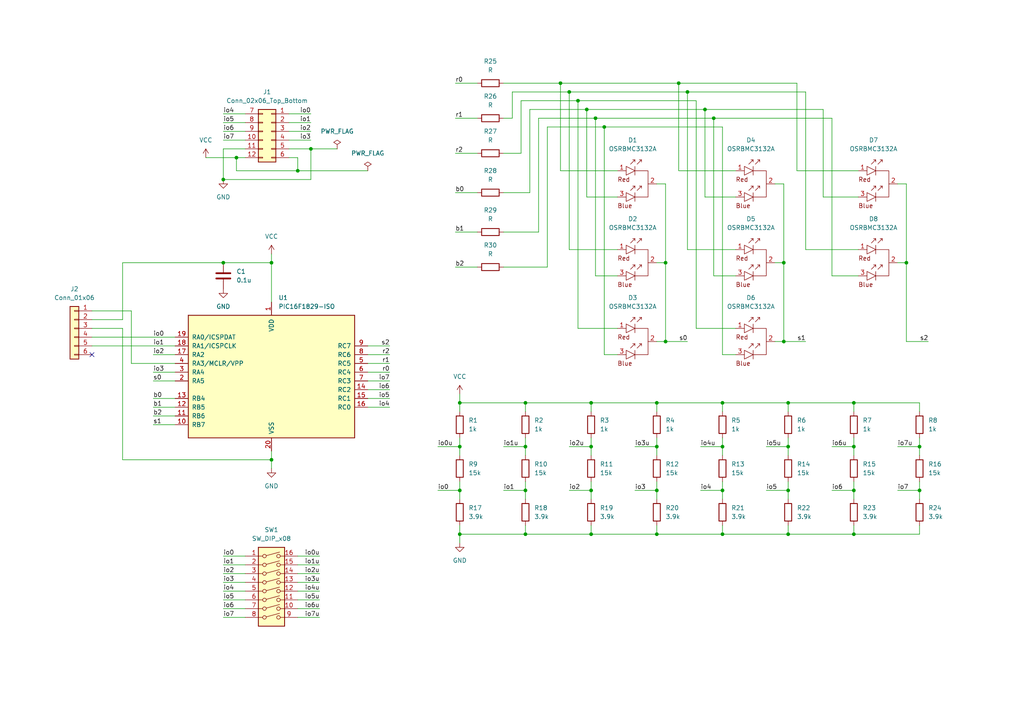
<source format=kicad_sch>
(kicad_sch (version 20211123) (generator eeschema)

  (uuid 82e3fc94-3ff9-4a01-ab77-4325528367c0)

  (paper "A4")

  (lib_symbols
    (symbol "Connector_Generic:Conn_01x06" (pin_names (offset 1.016) hide) (in_bom yes) (on_board yes)
      (property "Reference" "J" (id 0) (at 0 7.62 0)
        (effects (font (size 1.27 1.27)))
      )
      (property "Value" "Conn_01x06" (id 1) (at 0 -10.16 0)
        (effects (font (size 1.27 1.27)))
      )
      (property "Footprint" "" (id 2) (at 0 0 0)
        (effects (font (size 1.27 1.27)) hide)
      )
      (property "Datasheet" "~" (id 3) (at 0 0 0)
        (effects (font (size 1.27 1.27)) hide)
      )
      (property "ki_keywords" "connector" (id 4) (at 0 0 0)
        (effects (font (size 1.27 1.27)) hide)
      )
      (property "ki_description" "Generic connector, single row, 01x06, script generated (kicad-library-utils/schlib/autogen/connector/)" (id 5) (at 0 0 0)
        (effects (font (size 1.27 1.27)) hide)
      )
      (property "ki_fp_filters" "Connector*:*_1x??_*" (id 6) (at 0 0 0)
        (effects (font (size 1.27 1.27)) hide)
      )
      (symbol "Conn_01x06_1_1"
        (rectangle (start -1.27 -7.493) (end 0 -7.747)
          (stroke (width 0.1524) (type default) (color 0 0 0 0))
          (fill (type none))
        )
        (rectangle (start -1.27 -4.953) (end 0 -5.207)
          (stroke (width 0.1524) (type default) (color 0 0 0 0))
          (fill (type none))
        )
        (rectangle (start -1.27 -2.413) (end 0 -2.667)
          (stroke (width 0.1524) (type default) (color 0 0 0 0))
          (fill (type none))
        )
        (rectangle (start -1.27 0.127) (end 0 -0.127)
          (stroke (width 0.1524) (type default) (color 0 0 0 0))
          (fill (type none))
        )
        (rectangle (start -1.27 2.667) (end 0 2.413)
          (stroke (width 0.1524) (type default) (color 0 0 0 0))
          (fill (type none))
        )
        (rectangle (start -1.27 5.207) (end 0 4.953)
          (stroke (width 0.1524) (type default) (color 0 0 0 0))
          (fill (type none))
        )
        (rectangle (start -1.27 6.35) (end 1.27 -8.89)
          (stroke (width 0.254) (type default) (color 0 0 0 0))
          (fill (type background))
        )
        (pin passive line (at -5.08 5.08 0) (length 3.81)
          (name "Pin_1" (effects (font (size 1.27 1.27))))
          (number "1" (effects (font (size 1.27 1.27))))
        )
        (pin passive line (at -5.08 2.54 0) (length 3.81)
          (name "Pin_2" (effects (font (size 1.27 1.27))))
          (number "2" (effects (font (size 1.27 1.27))))
        )
        (pin passive line (at -5.08 0 0) (length 3.81)
          (name "Pin_3" (effects (font (size 1.27 1.27))))
          (number "3" (effects (font (size 1.27 1.27))))
        )
        (pin passive line (at -5.08 -2.54 0) (length 3.81)
          (name "Pin_4" (effects (font (size 1.27 1.27))))
          (number "4" (effects (font (size 1.27 1.27))))
        )
        (pin passive line (at -5.08 -5.08 0) (length 3.81)
          (name "Pin_5" (effects (font (size 1.27 1.27))))
          (number "5" (effects (font (size 1.27 1.27))))
        )
        (pin passive line (at -5.08 -7.62 0) (length 3.81)
          (name "Pin_6" (effects (font (size 1.27 1.27))))
          (number "6" (effects (font (size 1.27 1.27))))
        )
      )
    )
    (symbol "Connector_Generic:Conn_02x06_Top_Bottom" (pin_names (offset 1.016) hide) (in_bom yes) (on_board yes)
      (property "Reference" "J" (id 0) (at 1.27 7.62 0)
        (effects (font (size 1.27 1.27)))
      )
      (property "Value" "Conn_02x06_Top_Bottom" (id 1) (at 1.27 -10.16 0)
        (effects (font (size 1.27 1.27)))
      )
      (property "Footprint" "" (id 2) (at 0 0 0)
        (effects (font (size 1.27 1.27)) hide)
      )
      (property "Datasheet" "~" (id 3) (at 0 0 0)
        (effects (font (size 1.27 1.27)) hide)
      )
      (property "ki_keywords" "connector" (id 4) (at 0 0 0)
        (effects (font (size 1.27 1.27)) hide)
      )
      (property "ki_description" "Generic connector, double row, 02x06, top/bottom pin numbering scheme (row 1: 1...pins_per_row, row2: pins_per_row+1 ... num_pins), script generated (kicad-library-utils/schlib/autogen/connector/)" (id 5) (at 0 0 0)
        (effects (font (size 1.27 1.27)) hide)
      )
      (property "ki_fp_filters" "Connector*:*_2x??_*" (id 6) (at 0 0 0)
        (effects (font (size 1.27 1.27)) hide)
      )
      (symbol "Conn_02x06_Top_Bottom_1_1"
        (rectangle (start -1.27 -7.493) (end 0 -7.747)
          (stroke (width 0.1524) (type default) (color 0 0 0 0))
          (fill (type none))
        )
        (rectangle (start -1.27 -4.953) (end 0 -5.207)
          (stroke (width 0.1524) (type default) (color 0 0 0 0))
          (fill (type none))
        )
        (rectangle (start -1.27 -2.413) (end 0 -2.667)
          (stroke (width 0.1524) (type default) (color 0 0 0 0))
          (fill (type none))
        )
        (rectangle (start -1.27 0.127) (end 0 -0.127)
          (stroke (width 0.1524) (type default) (color 0 0 0 0))
          (fill (type none))
        )
        (rectangle (start -1.27 2.667) (end 0 2.413)
          (stroke (width 0.1524) (type default) (color 0 0 0 0))
          (fill (type none))
        )
        (rectangle (start -1.27 5.207) (end 0 4.953)
          (stroke (width 0.1524) (type default) (color 0 0 0 0))
          (fill (type none))
        )
        (rectangle (start -1.27 6.35) (end 3.81 -8.89)
          (stroke (width 0.254) (type default) (color 0 0 0 0))
          (fill (type background))
        )
        (rectangle (start 3.81 -7.493) (end 2.54 -7.747)
          (stroke (width 0.1524) (type default) (color 0 0 0 0))
          (fill (type none))
        )
        (rectangle (start 3.81 -4.953) (end 2.54 -5.207)
          (stroke (width 0.1524) (type default) (color 0 0 0 0))
          (fill (type none))
        )
        (rectangle (start 3.81 -2.413) (end 2.54 -2.667)
          (stroke (width 0.1524) (type default) (color 0 0 0 0))
          (fill (type none))
        )
        (rectangle (start 3.81 0.127) (end 2.54 -0.127)
          (stroke (width 0.1524) (type default) (color 0 0 0 0))
          (fill (type none))
        )
        (rectangle (start 3.81 2.667) (end 2.54 2.413)
          (stroke (width 0.1524) (type default) (color 0 0 0 0))
          (fill (type none))
        )
        (rectangle (start 3.81 5.207) (end 2.54 4.953)
          (stroke (width 0.1524) (type default) (color 0 0 0 0))
          (fill (type none))
        )
        (pin passive line (at -5.08 5.08 0) (length 3.81)
          (name "Pin_1" (effects (font (size 1.27 1.27))))
          (number "1" (effects (font (size 1.27 1.27))))
        )
        (pin passive line (at 7.62 -2.54 180) (length 3.81)
          (name "Pin_10" (effects (font (size 1.27 1.27))))
          (number "10" (effects (font (size 1.27 1.27))))
        )
        (pin passive line (at 7.62 -5.08 180) (length 3.81)
          (name "Pin_11" (effects (font (size 1.27 1.27))))
          (number "11" (effects (font (size 1.27 1.27))))
        )
        (pin passive line (at 7.62 -7.62 180) (length 3.81)
          (name "Pin_12" (effects (font (size 1.27 1.27))))
          (number "12" (effects (font (size 1.27 1.27))))
        )
        (pin passive line (at -5.08 2.54 0) (length 3.81)
          (name "Pin_2" (effects (font (size 1.27 1.27))))
          (number "2" (effects (font (size 1.27 1.27))))
        )
        (pin passive line (at -5.08 0 0) (length 3.81)
          (name "Pin_3" (effects (font (size 1.27 1.27))))
          (number "3" (effects (font (size 1.27 1.27))))
        )
        (pin passive line (at -5.08 -2.54 0) (length 3.81)
          (name "Pin_4" (effects (font (size 1.27 1.27))))
          (number "4" (effects (font (size 1.27 1.27))))
        )
        (pin passive line (at -5.08 -5.08 0) (length 3.81)
          (name "Pin_5" (effects (font (size 1.27 1.27))))
          (number "5" (effects (font (size 1.27 1.27))))
        )
        (pin passive line (at -5.08 -7.62 0) (length 3.81)
          (name "Pin_6" (effects (font (size 1.27 1.27))))
          (number "6" (effects (font (size 1.27 1.27))))
        )
        (pin passive line (at 7.62 5.08 180) (length 3.81)
          (name "Pin_7" (effects (font (size 1.27 1.27))))
          (number "7" (effects (font (size 1.27 1.27))))
        )
        (pin passive line (at 7.62 2.54 180) (length 3.81)
          (name "Pin_8" (effects (font (size 1.27 1.27))))
          (number "8" (effects (font (size 1.27 1.27))))
        )
        (pin passive line (at 7.62 0 180) (length 3.81)
          (name "Pin_9" (effects (font (size 1.27 1.27))))
          (number "9" (effects (font (size 1.27 1.27))))
        )
      )
    )
    (symbol "Device:C" (pin_numbers hide) (pin_names (offset 0.254)) (in_bom yes) (on_board yes)
      (property "Reference" "C" (id 0) (at 0.635 2.54 0)
        (effects (font (size 1.27 1.27)) (justify left))
      )
      (property "Value" "C" (id 1) (at 0.635 -2.54 0)
        (effects (font (size 1.27 1.27)) (justify left))
      )
      (property "Footprint" "" (id 2) (at 0.9652 -3.81 0)
        (effects (font (size 1.27 1.27)) hide)
      )
      (property "Datasheet" "~" (id 3) (at 0 0 0)
        (effects (font (size 1.27 1.27)) hide)
      )
      (property "ki_keywords" "cap capacitor" (id 4) (at 0 0 0)
        (effects (font (size 1.27 1.27)) hide)
      )
      (property "ki_description" "Unpolarized capacitor" (id 5) (at 0 0 0)
        (effects (font (size 1.27 1.27)) hide)
      )
      (property "ki_fp_filters" "C_*" (id 6) (at 0 0 0)
        (effects (font (size 1.27 1.27)) hide)
      )
      (symbol "C_0_1"
        (polyline
          (pts
            (xy -2.032 -0.762)
            (xy 2.032 -0.762)
          )
          (stroke (width 0.508) (type default) (color 0 0 0 0))
          (fill (type none))
        )
        (polyline
          (pts
            (xy -2.032 0.762)
            (xy 2.032 0.762)
          )
          (stroke (width 0.508) (type default) (color 0 0 0 0))
          (fill (type none))
        )
      )
      (symbol "C_1_1"
        (pin passive line (at 0 3.81 270) (length 2.794)
          (name "~" (effects (font (size 1.27 1.27))))
          (number "1" (effects (font (size 1.27 1.27))))
        )
        (pin passive line (at 0 -3.81 90) (length 2.794)
          (name "~" (effects (font (size 1.27 1.27))))
          (number "2" (effects (font (size 1.27 1.27))))
        )
      )
    )
    (symbol "Device:R" (pin_numbers hide) (pin_names (offset 0)) (in_bom yes) (on_board yes)
      (property "Reference" "R" (id 0) (at 2.032 0 90)
        (effects (font (size 1.27 1.27)))
      )
      (property "Value" "R" (id 1) (at 0 0 90)
        (effects (font (size 1.27 1.27)))
      )
      (property "Footprint" "" (id 2) (at -1.778 0 90)
        (effects (font (size 1.27 1.27)) hide)
      )
      (property "Datasheet" "~" (id 3) (at 0 0 0)
        (effects (font (size 1.27 1.27)) hide)
      )
      (property "ki_keywords" "R res resistor" (id 4) (at 0 0 0)
        (effects (font (size 1.27 1.27)) hide)
      )
      (property "ki_description" "Resistor" (id 5) (at 0 0 0)
        (effects (font (size 1.27 1.27)) hide)
      )
      (property "ki_fp_filters" "R_*" (id 6) (at 0 0 0)
        (effects (font (size 1.27 1.27)) hide)
      )
      (symbol "R_0_1"
        (rectangle (start -1.016 -2.54) (end 1.016 2.54)
          (stroke (width 0.254) (type default) (color 0 0 0 0))
          (fill (type none))
        )
      )
      (symbol "R_1_1"
        (pin passive line (at 0 3.81 270) (length 1.27)
          (name "~" (effects (font (size 1.27 1.27))))
          (number "1" (effects (font (size 1.27 1.27))))
        )
        (pin passive line (at 0 -3.81 90) (length 1.27)
          (name "~" (effects (font (size 1.27 1.27))))
          (number "2" (effects (font (size 1.27 1.27))))
        )
      )
    )
    (symbol "MCU_Microchip_PIC16:PIC16F1829-ISO" (pin_names (offset 1.016)) (in_bom yes) (on_board yes)
      (property "Reference" "U" (id 0) (at -24.13 22.86 0)
        (effects (font (size 1.27 1.27)) (justify left))
      )
      (property "Value" "PIC16F1829-ISO" (id 1) (at -24.13 20.32 0)
        (effects (font (size 1.27 1.27)) (justify left))
      )
      (property "Footprint" "" (id 2) (at 0 -13.97 0)
        (effects (font (size 1.27 1.27)) hide)
      )
      (property "Datasheet" "http://ww1.microchip.com/downloads/en/DeviceDoc/41440C.pdf" (id 3) (at 0 -13.97 0)
        (effects (font (size 1.27 1.27)) hide)
      )
      (property "ki_keywords" "Flash-Based 8-Bit CMOS Microcontroller Low Power" (id 4) (at 0 0 0)
        (effects (font (size 1.27 1.27)) hide)
      )
      (property "ki_description" "Flash-Based, 8-Bit CMOS Microcontrollers, SOIC" (id 5) (at 0 0 0)
        (effects (font (size 1.27 1.27)) hide)
      )
      (property "ki_fp_filters" "DIP*W7.62mm* SOIC*3.9x8.7mm*P1.27mm* TSSOP*4.4x5mm*P0.65mm*" (id 6) (at 0 0 0)
        (effects (font (size 1.27 1.27)) hide)
      )
      (symbol "PIC16F1829-ISO_0_1"
        (rectangle (start -24.13 19.05) (end 24.13 -16.51)
          (stroke (width 0.254) (type default) (color 0 0 0 0))
          (fill (type background))
        )
      )
      (symbol "PIC16F1829-ISO_1_1"
        (pin power_in line (at 0 22.86 270) (length 3.81)
          (name "VDD" (effects (font (size 1.27 1.27))))
          (number "1" (effects (font (size 1.27 1.27))))
        )
        (pin bidirectional line (at -27.94 -12.7 0) (length 3.81)
          (name "RB7" (effects (font (size 1.27 1.27))))
          (number "10" (effects (font (size 1.27 1.27))))
        )
        (pin bidirectional line (at -27.94 -10.16 0) (length 3.81)
          (name "RB6" (effects (font (size 1.27 1.27))))
          (number "11" (effects (font (size 1.27 1.27))))
        )
        (pin bidirectional line (at -27.94 -7.62 0) (length 3.81)
          (name "RB5" (effects (font (size 1.27 1.27))))
          (number "12" (effects (font (size 1.27 1.27))))
        )
        (pin bidirectional line (at -27.94 -5.08 0) (length 3.81)
          (name "RB4" (effects (font (size 1.27 1.27))))
          (number "13" (effects (font (size 1.27 1.27))))
        )
        (pin bidirectional line (at 27.94 -2.54 180) (length 3.81)
          (name "RC2" (effects (font (size 1.27 1.27))))
          (number "14" (effects (font (size 1.27 1.27))))
        )
        (pin bidirectional line (at 27.94 -5.08 180) (length 3.81)
          (name "RC1" (effects (font (size 1.27 1.27))))
          (number "15" (effects (font (size 1.27 1.27))))
        )
        (pin bidirectional line (at 27.94 -7.62 180) (length 3.81)
          (name "RC0" (effects (font (size 1.27 1.27))))
          (number "16" (effects (font (size 1.27 1.27))))
        )
        (pin bidirectional line (at -27.94 7.62 0) (length 3.81)
          (name "RA2" (effects (font (size 1.27 1.27))))
          (number "17" (effects (font (size 1.27 1.27))))
        )
        (pin bidirectional line (at -27.94 10.16 0) (length 3.81)
          (name "RA1/ICSPCLK" (effects (font (size 1.27 1.27))))
          (number "18" (effects (font (size 1.27 1.27))))
        )
        (pin bidirectional line (at -27.94 12.7 0) (length 3.81)
          (name "RA0/ICSPDAT" (effects (font (size 1.27 1.27))))
          (number "19" (effects (font (size 1.27 1.27))))
        )
        (pin bidirectional line (at -27.94 0 0) (length 3.81)
          (name "RA5" (effects (font (size 1.27 1.27))))
          (number "2" (effects (font (size 1.27 1.27))))
        )
        (pin power_in line (at 0 -20.32 90) (length 3.81)
          (name "VSS" (effects (font (size 1.27 1.27))))
          (number "20" (effects (font (size 1.27 1.27))))
        )
        (pin bidirectional line (at -27.94 2.54 0) (length 3.81)
          (name "RA4" (effects (font (size 1.27 1.27))))
          (number "3" (effects (font (size 1.27 1.27))))
        )
        (pin bidirectional line (at -27.94 5.08 0) (length 3.81)
          (name "RA3/MCLR/VPP" (effects (font (size 1.27 1.27))))
          (number "4" (effects (font (size 1.27 1.27))))
        )
        (pin bidirectional line (at 27.94 5.08 180) (length 3.81)
          (name "RC5" (effects (font (size 1.27 1.27))))
          (number "5" (effects (font (size 1.27 1.27))))
        )
        (pin bidirectional line (at 27.94 2.54 180) (length 3.81)
          (name "RC4" (effects (font (size 1.27 1.27))))
          (number "6" (effects (font (size 1.27 1.27))))
        )
        (pin bidirectional line (at 27.94 0 180) (length 3.81)
          (name "RC3" (effects (font (size 1.27 1.27))))
          (number "7" (effects (font (size 1.27 1.27))))
        )
        (pin bidirectional line (at 27.94 7.62 180) (length 3.81)
          (name "RC6" (effects (font (size 1.27 1.27))))
          (number "8" (effects (font (size 1.27 1.27))))
        )
        (pin bidirectional line (at 27.94 10.16 180) (length 3.81)
          (name "RC7" (effects (font (size 1.27 1.27))))
          (number "9" (effects (font (size 1.27 1.27))))
        )
      )
    )
    (symbol "MyLibrary:OSRBMC3132A" (in_bom yes) (on_board yes)
      (property "Reference" "D" (id 0) (at 0 8.89 0)
        (effects (font (size 1.27 1.27)))
      )
      (property "Value" "OSRBMC3132A" (id 1) (at 0 -8.89 0)
        (effects (font (size 1.27 1.27)))
      )
      (property "Footprint" "" (id 2) (at 0 -1.27 0)
        (effects (font (size 1.27 1.27)) hide)
      )
      (property "Datasheet" "" (id 3) (at 0 -1.27 0)
        (effects (font (size 1.27 1.27)) hide)
      )
      (property "ki_description" "2-color Common Cathode LED" (id 4) (at 0 0 0)
        (effects (font (size 1.27 1.27)) hide)
      )
      (symbol "OSRBMC3132A_0_0"
        (text "Blue" (at -5.08 -6.35 0)
          (effects (font (size 1.27 1.27)) (justify left))
        )
        (text "Red" (at -5.08 1.27 0)
          (effects (font (size 1.27 1.27)) (justify left))
        )
      )
      (symbol "OSRBMC3132A_0_1"
        (polyline
          (pts
            (xy -1.27 -1.905)
            (xy 0 -0.635)
          )
          (stroke (width 0) (type default) (color 0 0 0 0))
          (fill (type none))
        )
        (polyline
          (pts
            (xy -1.27 5.715)
            (xy 0 6.985)
          )
          (stroke (width 0) (type default) (color 0 0 0 0))
          (fill (type none))
        )
        (polyline
          (pts
            (xy 0 -2.54)
            (xy 0 -5.08)
          )
          (stroke (width 0) (type default) (color 0 0 0 0))
          (fill (type none))
        )
        (polyline
          (pts
            (xy 0 -0.635)
            (xy -0.635 -0.635)
          )
          (stroke (width 0) (type default) (color 0 0 0 0))
          (fill (type none))
        )
        (polyline
          (pts
            (xy 0 -0.635)
            (xy 0 -1.27)
          )
          (stroke (width 0) (type default) (color 0 0 0 0))
          (fill (type none))
        )
        (polyline
          (pts
            (xy 0 5.08)
            (xy 0 2.54)
          )
          (stroke (width 0) (type default) (color 0 0 0 0))
          (fill (type none))
        )
        (polyline
          (pts
            (xy 0 6.985)
            (xy -0.635 6.985)
          )
          (stroke (width 0) (type default) (color 0 0 0 0))
          (fill (type none))
        )
        (polyline
          (pts
            (xy 0 6.985)
            (xy 0 6.35)
          )
          (stroke (width 0) (type default) (color 0 0 0 0))
          (fill (type none))
        )
        (polyline
          (pts
            (xy 0.635 -1.905)
            (xy 1.905 -0.635)
          )
          (stroke (width 0) (type default) (color 0 0 0 0))
          (fill (type none))
        )
        (polyline
          (pts
            (xy 0.635 5.715)
            (xy 1.905 6.985)
          )
          (stroke (width 0) (type default) (color 0 0 0 0))
          (fill (type none))
        )
        (polyline
          (pts
            (xy 1.905 -0.635)
            (xy 1.27 -0.635)
          )
          (stroke (width 0) (type default) (color 0 0 0 0))
          (fill (type none))
        )
        (polyline
          (pts
            (xy 1.905 -0.635)
            (xy 1.905 -1.27)
          )
          (stroke (width 0) (type default) (color 0 0 0 0))
          (fill (type none))
        )
        (polyline
          (pts
            (xy 1.905 6.985)
            (xy 1.27 6.985)
          )
          (stroke (width 0) (type default) (color 0 0 0 0))
          (fill (type none))
        )
        (polyline
          (pts
            (xy 1.905 6.985)
            (xy 1.905 6.35)
          )
          (stroke (width 0) (type default) (color 0 0 0 0))
          (fill (type none))
        )
        (polyline
          (pts
            (xy -2.54 -2.54)
            (xy -2.54 -5.08)
            (xy 0 -3.81)
            (xy -2.54 -2.54)
          )
          (stroke (width 0) (type default) (color 0 0 0 0))
          (fill (type none))
        )
        (polyline
          (pts
            (xy -2.54 5.08)
            (xy -2.54 2.54)
            (xy 0 3.81)
            (xy -2.54 5.08)
          )
          (stroke (width 0) (type default) (color 0 0 0 0))
          (fill (type none))
        )
        (polyline
          (pts
            (xy 0 3.81)
            (xy 3.81 3.81)
            (xy 3.81 -3.81)
            (xy 0 -3.81)
          )
          (stroke (width 0) (type default) (color 0 0 0 0))
          (fill (type none))
        )
      )
      (symbol "OSRBMC3132A_1_1"
        (pin passive line (at -5.08 3.81 0) (length 2.54)
          (name "" (effects (font (size 1.27 1.27))))
          (number "1" (effects (font (size 1.27 1.27))))
        )
        (pin passive line (at 6.35 0 180) (length 2.54)
          (name "" (effects (font (size 1.27 1.27))))
          (number "2" (effects (font (size 1.27 1.27))))
        )
        (pin passive line (at -5.08 -3.81 0) (length 2.54)
          (name "" (effects (font (size 1.27 1.27))))
          (number "3" (effects (font (size 1.27 1.27))))
        )
      )
    )
    (symbol "Switch:SW_DIP_x08" (pin_names (offset 0) hide) (in_bom yes) (on_board yes)
      (property "Reference" "SW" (id 0) (at 0 13.97 0)
        (effects (font (size 1.27 1.27)))
      )
      (property "Value" "SW_DIP_x08" (id 1) (at 0 -11.43 0)
        (effects (font (size 1.27 1.27)))
      )
      (property "Footprint" "" (id 2) (at 0 0 0)
        (effects (font (size 1.27 1.27)) hide)
      )
      (property "Datasheet" "~" (id 3) (at 0 0 0)
        (effects (font (size 1.27 1.27)) hide)
      )
      (property "ki_keywords" "dip switch" (id 4) (at 0 0 0)
        (effects (font (size 1.27 1.27)) hide)
      )
      (property "ki_description" "8x DIP Switch, Single Pole Single Throw (SPST) switch, small symbol" (id 5) (at 0 0 0)
        (effects (font (size 1.27 1.27)) hide)
      )
      (property "ki_fp_filters" "SW?DIP?x8*" (id 6) (at 0 0 0)
        (effects (font (size 1.27 1.27)) hide)
      )
      (symbol "SW_DIP_x08_0_0"
        (circle (center -2.032 -7.62) (radius 0.508)
          (stroke (width 0) (type default) (color 0 0 0 0))
          (fill (type none))
        )
        (circle (center -2.032 -5.08) (radius 0.508)
          (stroke (width 0) (type default) (color 0 0 0 0))
          (fill (type none))
        )
        (circle (center -2.032 -2.54) (radius 0.508)
          (stroke (width 0) (type default) (color 0 0 0 0))
          (fill (type none))
        )
        (circle (center -2.032 0) (radius 0.508)
          (stroke (width 0) (type default) (color 0 0 0 0))
          (fill (type none))
        )
        (circle (center -2.032 2.54) (radius 0.508)
          (stroke (width 0) (type default) (color 0 0 0 0))
          (fill (type none))
        )
        (circle (center -2.032 5.08) (radius 0.508)
          (stroke (width 0) (type default) (color 0 0 0 0))
          (fill (type none))
        )
        (circle (center -2.032 7.62) (radius 0.508)
          (stroke (width 0) (type default) (color 0 0 0 0))
          (fill (type none))
        )
        (circle (center -2.032 10.16) (radius 0.508)
          (stroke (width 0) (type default) (color 0 0 0 0))
          (fill (type none))
        )
        (polyline
          (pts
            (xy -1.524 -7.4676)
            (xy 2.3622 -6.4262)
          )
          (stroke (width 0) (type default) (color 0 0 0 0))
          (fill (type none))
        )
        (polyline
          (pts
            (xy -1.524 -4.9276)
            (xy 2.3622 -3.8862)
          )
          (stroke (width 0) (type default) (color 0 0 0 0))
          (fill (type none))
        )
        (polyline
          (pts
            (xy -1.524 -2.3876)
            (xy 2.3622 -1.3462)
          )
          (stroke (width 0) (type default) (color 0 0 0 0))
          (fill (type none))
        )
        (polyline
          (pts
            (xy -1.524 0.127)
            (xy 2.3622 1.1684)
          )
          (stroke (width 0) (type default) (color 0 0 0 0))
          (fill (type none))
        )
        (polyline
          (pts
            (xy -1.524 2.667)
            (xy 2.3622 3.7084)
          )
          (stroke (width 0) (type default) (color 0 0 0 0))
          (fill (type none))
        )
        (polyline
          (pts
            (xy -1.524 5.207)
            (xy 2.3622 6.2484)
          )
          (stroke (width 0) (type default) (color 0 0 0 0))
          (fill (type none))
        )
        (polyline
          (pts
            (xy -1.524 7.747)
            (xy 2.3622 8.7884)
          )
          (stroke (width 0) (type default) (color 0 0 0 0))
          (fill (type none))
        )
        (polyline
          (pts
            (xy -1.524 10.287)
            (xy 2.3622 11.3284)
          )
          (stroke (width 0) (type default) (color 0 0 0 0))
          (fill (type none))
        )
        (circle (center 2.032 -7.62) (radius 0.508)
          (stroke (width 0) (type default) (color 0 0 0 0))
          (fill (type none))
        )
        (circle (center 2.032 -5.08) (radius 0.508)
          (stroke (width 0) (type default) (color 0 0 0 0))
          (fill (type none))
        )
        (circle (center 2.032 -2.54) (radius 0.508)
          (stroke (width 0) (type default) (color 0 0 0 0))
          (fill (type none))
        )
        (circle (center 2.032 0) (radius 0.508)
          (stroke (width 0) (type default) (color 0 0 0 0))
          (fill (type none))
        )
        (circle (center 2.032 2.54) (radius 0.508)
          (stroke (width 0) (type default) (color 0 0 0 0))
          (fill (type none))
        )
        (circle (center 2.032 5.08) (radius 0.508)
          (stroke (width 0) (type default) (color 0 0 0 0))
          (fill (type none))
        )
        (circle (center 2.032 7.62) (radius 0.508)
          (stroke (width 0) (type default) (color 0 0 0 0))
          (fill (type none))
        )
        (circle (center 2.032 10.16) (radius 0.508)
          (stroke (width 0) (type default) (color 0 0 0 0))
          (fill (type none))
        )
      )
      (symbol "SW_DIP_x08_0_1"
        (rectangle (start -3.81 12.7) (end 3.81 -10.16)
          (stroke (width 0.254) (type default) (color 0 0 0 0))
          (fill (type background))
        )
      )
      (symbol "SW_DIP_x08_1_1"
        (pin passive line (at -7.62 10.16 0) (length 5.08)
          (name "~" (effects (font (size 1.27 1.27))))
          (number "1" (effects (font (size 1.27 1.27))))
        )
        (pin passive line (at 7.62 -5.08 180) (length 5.08)
          (name "~" (effects (font (size 1.27 1.27))))
          (number "10" (effects (font (size 1.27 1.27))))
        )
        (pin passive line (at 7.62 -2.54 180) (length 5.08)
          (name "~" (effects (font (size 1.27 1.27))))
          (number "11" (effects (font (size 1.27 1.27))))
        )
        (pin passive line (at 7.62 0 180) (length 5.08)
          (name "~" (effects (font (size 1.27 1.27))))
          (number "12" (effects (font (size 1.27 1.27))))
        )
        (pin passive line (at 7.62 2.54 180) (length 5.08)
          (name "~" (effects (font (size 1.27 1.27))))
          (number "13" (effects (font (size 1.27 1.27))))
        )
        (pin passive line (at 7.62 5.08 180) (length 5.08)
          (name "~" (effects (font (size 1.27 1.27))))
          (number "14" (effects (font (size 1.27 1.27))))
        )
        (pin passive line (at 7.62 7.62 180) (length 5.08)
          (name "~" (effects (font (size 1.27 1.27))))
          (number "15" (effects (font (size 1.27 1.27))))
        )
        (pin passive line (at 7.62 10.16 180) (length 5.08)
          (name "~" (effects (font (size 1.27 1.27))))
          (number "16" (effects (font (size 1.27 1.27))))
        )
        (pin passive line (at -7.62 7.62 0) (length 5.08)
          (name "~" (effects (font (size 1.27 1.27))))
          (number "2" (effects (font (size 1.27 1.27))))
        )
        (pin passive line (at -7.62 5.08 0) (length 5.08)
          (name "~" (effects (font (size 1.27 1.27))))
          (number "3" (effects (font (size 1.27 1.27))))
        )
        (pin passive line (at -7.62 2.54 0) (length 5.08)
          (name "~" (effects (font (size 1.27 1.27))))
          (number "4" (effects (font (size 1.27 1.27))))
        )
        (pin passive line (at -7.62 0 0) (length 5.08)
          (name "~" (effects (font (size 1.27 1.27))))
          (number "5" (effects (font (size 1.27 1.27))))
        )
        (pin passive line (at -7.62 -2.54 0) (length 5.08)
          (name "~" (effects (font (size 1.27 1.27))))
          (number "6" (effects (font (size 1.27 1.27))))
        )
        (pin passive line (at -7.62 -5.08 0) (length 5.08)
          (name "~" (effects (font (size 1.27 1.27))))
          (number "7" (effects (font (size 1.27 1.27))))
        )
        (pin passive line (at -7.62 -7.62 0) (length 5.08)
          (name "~" (effects (font (size 1.27 1.27))))
          (number "8" (effects (font (size 1.27 1.27))))
        )
        (pin passive line (at 7.62 -7.62 180) (length 5.08)
          (name "~" (effects (font (size 1.27 1.27))))
          (number "9" (effects (font (size 1.27 1.27))))
        )
      )
    )
    (symbol "power:GND" (power) (pin_names (offset 0)) (in_bom yes) (on_board yes)
      (property "Reference" "#PWR" (id 0) (at 0 -6.35 0)
        (effects (font (size 1.27 1.27)) hide)
      )
      (property "Value" "GND" (id 1) (at 0 -3.81 0)
        (effects (font (size 1.27 1.27)))
      )
      (property "Footprint" "" (id 2) (at 0 0 0)
        (effects (font (size 1.27 1.27)) hide)
      )
      (property "Datasheet" "" (id 3) (at 0 0 0)
        (effects (font (size 1.27 1.27)) hide)
      )
      (property "ki_keywords" "power-flag" (id 4) (at 0 0 0)
        (effects (font (size 1.27 1.27)) hide)
      )
      (property "ki_description" "Power symbol creates a global label with name \"GND\" , ground" (id 5) (at 0 0 0)
        (effects (font (size 1.27 1.27)) hide)
      )
      (symbol "GND_0_1"
        (polyline
          (pts
            (xy 0 0)
            (xy 0 -1.27)
            (xy 1.27 -1.27)
            (xy 0 -2.54)
            (xy -1.27 -1.27)
            (xy 0 -1.27)
          )
          (stroke (width 0) (type default) (color 0 0 0 0))
          (fill (type none))
        )
      )
      (symbol "GND_1_1"
        (pin power_in line (at 0 0 270) (length 0) hide
          (name "GND" (effects (font (size 1.27 1.27))))
          (number "1" (effects (font (size 1.27 1.27))))
        )
      )
    )
    (symbol "power:PWR_FLAG" (power) (pin_numbers hide) (pin_names (offset 0) hide) (in_bom yes) (on_board yes)
      (property "Reference" "#FLG" (id 0) (at 0 1.905 0)
        (effects (font (size 1.27 1.27)) hide)
      )
      (property "Value" "PWR_FLAG" (id 1) (at 0 3.81 0)
        (effects (font (size 1.27 1.27)))
      )
      (property "Footprint" "" (id 2) (at 0 0 0)
        (effects (font (size 1.27 1.27)) hide)
      )
      (property "Datasheet" "~" (id 3) (at 0 0 0)
        (effects (font (size 1.27 1.27)) hide)
      )
      (property "ki_keywords" "power-flag" (id 4) (at 0 0 0)
        (effects (font (size 1.27 1.27)) hide)
      )
      (property "ki_description" "Special symbol for telling ERC where power comes from" (id 5) (at 0 0 0)
        (effects (font (size 1.27 1.27)) hide)
      )
      (symbol "PWR_FLAG_0_0"
        (pin power_out line (at 0 0 90) (length 0)
          (name "pwr" (effects (font (size 1.27 1.27))))
          (number "1" (effects (font (size 1.27 1.27))))
        )
      )
      (symbol "PWR_FLAG_0_1"
        (polyline
          (pts
            (xy 0 0)
            (xy 0 1.27)
            (xy -1.016 1.905)
            (xy 0 2.54)
            (xy 1.016 1.905)
            (xy 0 1.27)
          )
          (stroke (width 0) (type default) (color 0 0 0 0))
          (fill (type none))
        )
      )
    )
    (symbol "power:VCC" (power) (pin_names (offset 0)) (in_bom yes) (on_board yes)
      (property "Reference" "#PWR" (id 0) (at 0 -3.81 0)
        (effects (font (size 1.27 1.27)) hide)
      )
      (property "Value" "VCC" (id 1) (at 0 3.81 0)
        (effects (font (size 1.27 1.27)))
      )
      (property "Footprint" "" (id 2) (at 0 0 0)
        (effects (font (size 1.27 1.27)) hide)
      )
      (property "Datasheet" "" (id 3) (at 0 0 0)
        (effects (font (size 1.27 1.27)) hide)
      )
      (property "ki_keywords" "power-flag" (id 4) (at 0 0 0)
        (effects (font (size 1.27 1.27)) hide)
      )
      (property "ki_description" "Power symbol creates a global label with name \"VCC\"" (id 5) (at 0 0 0)
        (effects (font (size 1.27 1.27)) hide)
      )
      (symbol "VCC_0_1"
        (polyline
          (pts
            (xy -0.762 1.27)
            (xy 0 2.54)
          )
          (stroke (width 0) (type default) (color 0 0 0 0))
          (fill (type none))
        )
        (polyline
          (pts
            (xy 0 0)
            (xy 0 2.54)
          )
          (stroke (width 0) (type default) (color 0 0 0 0))
          (fill (type none))
        )
        (polyline
          (pts
            (xy 0 2.54)
            (xy 0.762 1.27)
          )
          (stroke (width 0) (type default) (color 0 0 0 0))
          (fill (type none))
        )
      )
      (symbol "VCC_1_1"
        (pin power_in line (at 0 0 90) (length 0) hide
          (name "VCC" (effects (font (size 1.27 1.27))))
          (number "1" (effects (font (size 1.27 1.27))))
        )
      )
    )
  )

  (junction (at 171.45 129.54) (diameter 0) (color 0 0 0 0)
    (uuid 01f17e52-2a83-427d-95b9-23df47e8f80e)
  )
  (junction (at 262.89 76.2) (diameter 0) (color 0 0 0 0)
    (uuid 06f96a9a-c641-4643-afc4-fe36dcfdd911)
  )
  (junction (at 190.5 142.24) (diameter 0) (color 0 0 0 0)
    (uuid 0ceafbd0-7e23-497c-9250-43157c0b7bd4)
  )
  (junction (at 152.4 116.84) (diameter 0) (color 0 0 0 0)
    (uuid 0f52a6b4-7ce8-46ef-aeb7-8bbe943bf379)
  )
  (junction (at 90.17 43.18) (diameter 0) (color 0 0 0 0)
    (uuid 1920be85-2725-411e-9254-f65a5f36f5d0)
  )
  (junction (at 171.45 142.24) (diameter 0) (color 0 0 0 0)
    (uuid 19db80d8-6ab7-4e75-a529-019a5aae625c)
  )
  (junction (at 209.55 116.84) (diameter 0) (color 0 0 0 0)
    (uuid 1f06ced3-ca28-4f9c-9ed9-c1e6cff2ba4f)
  )
  (junction (at 78.74 133.35) (diameter 0) (color 0 0 0 0)
    (uuid 21589873-14aa-49f0-981e-399cdc3a5c79)
  )
  (junction (at 193.04 99.06) (diameter 0) (color 0 0 0 0)
    (uuid 22b9f3ba-bb4c-46d1-b73a-29af44d576b2)
  )
  (junction (at 78.74 76.2) (diameter 0) (color 0 0 0 0)
    (uuid 28013d4f-c155-43b4-bfea-cd85955803c8)
  )
  (junction (at 86.36 49.53) (diameter 0) (color 0 0 0 0)
    (uuid 2b3004cf-f569-43fb-86ff-a5d0e08fd137)
  )
  (junction (at 209.55 154.94) (diameter 0) (color 0 0 0 0)
    (uuid 3082f7b8-7b78-49f3-9126-dcf71b3df3db)
  )
  (junction (at 167.64 29.21) (diameter 0) (color 0 0 0 0)
    (uuid 37f2ca25-ef71-459c-9b0b-526e7fe72dee)
  )
  (junction (at 228.6 116.84) (diameter 0) (color 0 0 0 0)
    (uuid 428618f7-c097-46d2-b949-1999214c21c3)
  )
  (junction (at 133.35 142.24) (diameter 0) (color 0 0 0 0)
    (uuid 51aaa91c-5d3a-4969-b462-b70399bfc3a6)
  )
  (junction (at 247.65 129.54) (diameter 0) (color 0 0 0 0)
    (uuid 5656bc16-56a3-40e0-82a5-4ce31e31a043)
  )
  (junction (at 190.5 129.54) (diameter 0) (color 0 0 0 0)
    (uuid 5748d9d3-dc2f-4429-b465-2f0dd77b728d)
  )
  (junction (at 266.7 142.24) (diameter 0) (color 0 0 0 0)
    (uuid 69ecc865-c862-48f0-ac8f-5672f9fc1122)
  )
  (junction (at 193.04 76.2) (diameter 0) (color 0 0 0 0)
    (uuid 763b7895-42ef-4b78-95a1-0e3e0ff2c3ba)
  )
  (junction (at 133.35 129.54) (diameter 0) (color 0 0 0 0)
    (uuid 7939d56b-5e31-42d9-914f-cd0a7700c717)
  )
  (junction (at 171.45 116.84) (diameter 0) (color 0 0 0 0)
    (uuid 7bc288ef-d866-44cd-a099-ef0ecbfe3899)
  )
  (junction (at 209.55 129.54) (diameter 0) (color 0 0 0 0)
    (uuid 81290f55-4559-4d2d-90c4-92d9ea59c1cd)
  )
  (junction (at 199.39 26.67) (diameter 0) (color 0 0 0 0)
    (uuid 847a9d90-9b74-4a28-a578-3e0b52fc6dd8)
  )
  (junction (at 152.4 142.24) (diameter 0) (color 0 0 0 0)
    (uuid 8828106d-ffd3-415b-82ba-f307dc60d166)
  )
  (junction (at 247.65 142.24) (diameter 0) (color 0 0 0 0)
    (uuid 8a768322-1e69-4e25-be1d-702b5744752f)
  )
  (junction (at 207.01 34.29) (diameter 0) (color 0 0 0 0)
    (uuid 8f5bac2c-d3d5-431f-9e6d-8b788a0350c7)
  )
  (junction (at 228.6 154.94) (diameter 0) (color 0 0 0 0)
    (uuid 954891ac-52a4-4f3e-ada4-a19977fa87b6)
  )
  (junction (at 228.6 129.54) (diameter 0) (color 0 0 0 0)
    (uuid 971349b8-891e-42ef-9974-3850ef4ca3d7)
  )
  (junction (at 227.33 76.2) (diameter 0) (color 0 0 0 0)
    (uuid 9a938d1f-86fb-42c8-8f12-b2fe8dfe1f55)
  )
  (junction (at 133.35 116.84) (diameter 0) (color 0 0 0 0)
    (uuid a1d23842-da91-4535-908d-86e621650894)
  )
  (junction (at 266.7 129.54) (diameter 0) (color 0 0 0 0)
    (uuid a469b9d1-c068-4035-8889-507d9779b1f4)
  )
  (junction (at 68.58 45.72) (diameter 0) (color 0 0 0 0)
    (uuid a4d102c6-80eb-4a3b-a198-40649859d2fd)
  )
  (junction (at 170.18 31.75) (diameter 0) (color 0 0 0 0)
    (uuid a50cf53d-faa2-412b-82a2-6a283f3019c9)
  )
  (junction (at 227.33 99.06) (diameter 0) (color 0 0 0 0)
    (uuid ae66ef6f-5d52-4b3b-9ada-ca56c7509ea2)
  )
  (junction (at 204.47 31.75) (diameter 0) (color 0 0 0 0)
    (uuid ae794d41-14e7-49b2-8c0f-84b97fc83d4e)
  )
  (junction (at 196.85 24.13) (diameter 0) (color 0 0 0 0)
    (uuid b52baa25-5d68-46f4-b34f-207d8fe5556b)
  )
  (junction (at 64.77 52.07) (diameter 0) (color 0 0 0 0)
    (uuid b9e25587-4992-4eee-9160-45529b6d62de)
  )
  (junction (at 64.77 76.2) (diameter 0) (color 0 0 0 0)
    (uuid bf911768-6876-424c-81c1-eee50b468952)
  )
  (junction (at 228.6 142.24) (diameter 0) (color 0 0 0 0)
    (uuid c3d8849f-bf3b-4ce7-b99e-3a96140dbf6e)
  )
  (junction (at 172.72 34.29) (diameter 0) (color 0 0 0 0)
    (uuid cb3e4a4b-c96f-4735-8132-f4f3d9ad3d60)
  )
  (junction (at 175.26 36.83) (diameter 0) (color 0 0 0 0)
    (uuid cb55e8cd-b696-4781-8d78-e69c4f4c1f3f)
  )
  (junction (at 133.35 154.94) (diameter 0) (color 0 0 0 0)
    (uuid ccfb0ec9-e1c0-4b06-bc96-b0c8dc5291e7)
  )
  (junction (at 162.56 24.13) (diameter 0) (color 0 0 0 0)
    (uuid d0d47b94-acc0-4858-9be3-f2753334cd09)
  )
  (junction (at 209.55 142.24) (diameter 0) (color 0 0 0 0)
    (uuid d558b9e5-1ad1-4bf4-9719-10215e596ec4)
  )
  (junction (at 152.4 129.54) (diameter 0) (color 0 0 0 0)
    (uuid d5cee3a0-4a1e-4cf6-b052-248c44a88f9e)
  )
  (junction (at 247.65 154.94) (diameter 0) (color 0 0 0 0)
    (uuid d9052757-1149-4a18-bca1-15cce7036d8f)
  )
  (junction (at 247.65 116.84) (diameter 0) (color 0 0 0 0)
    (uuid dcc483f9-8c80-405d-aedc-01dba1768727)
  )
  (junction (at 165.1 26.67) (diameter 0) (color 0 0 0 0)
    (uuid e29471ff-8d0c-4a59-866e-28b3e61fe634)
  )
  (junction (at 152.4 154.94) (diameter 0) (color 0 0 0 0)
    (uuid e8d6e031-2951-46a1-9dde-d26b459b44cf)
  )
  (junction (at 190.5 116.84) (diameter 0) (color 0 0 0 0)
    (uuid ee209c15-4b5b-4d60-a5b3-99214578f7ee)
  )
  (junction (at 171.45 154.94) (diameter 0) (color 0 0 0 0)
    (uuid ef50af80-6b51-4136-9977-6b67a68c8508)
  )
  (junction (at 190.5 154.94) (diameter 0) (color 0 0 0 0)
    (uuid fd145cf4-54cf-4d3e-b46e-ce8806dd0cb5)
  )

  (no_connect (at 26.67 102.87) (uuid b4918546-66b5-4d70-af08-b230eff2e9ec))

  (wire (pts (xy 209.55 139.7) (xy 209.55 142.24))
    (stroke (width 0) (type default) (color 0 0 0 0))
    (uuid 008ebe0c-0b1d-4975-8bce-bf2fac21fc2b)
  )
  (wire (pts (xy 78.74 135.89) (xy 78.74 133.35))
    (stroke (width 0) (type default) (color 0 0 0 0))
    (uuid 00d13fa7-90c6-4bd6-b58a-8514a7b34f0c)
  )
  (wire (pts (xy 167.64 29.21) (xy 201.93 29.21))
    (stroke (width 0) (type default) (color 0 0 0 0))
    (uuid 022556cc-62e8-4f28-9e58-7a277115f23e)
  )
  (wire (pts (xy 171.45 152.4) (xy 171.45 154.94))
    (stroke (width 0) (type default) (color 0 0 0 0))
    (uuid 055e60b6-1ced-4060-90f7-e61f819051ef)
  )
  (wire (pts (xy 44.45 120.65) (xy 50.8 120.65))
    (stroke (width 0) (type default) (color 0 0 0 0))
    (uuid 06be2c67-9e5a-4ca3-8226-102b0381dd0f)
  )
  (wire (pts (xy 152.4 127) (xy 152.4 129.54))
    (stroke (width 0) (type default) (color 0 0 0 0))
    (uuid 084a6378-1ced-4275-9882-6b285c170c19)
  )
  (wire (pts (xy 241.3 80.01) (xy 241.3 34.29))
    (stroke (width 0) (type default) (color 0 0 0 0))
    (uuid 0bab3e14-7ce3-4c33-9fa2-1ba4ee4a882c)
  )
  (wire (pts (xy 266.7 139.7) (xy 266.7 142.24))
    (stroke (width 0) (type default) (color 0 0 0 0))
    (uuid 0bdb20d3-cdfa-460a-8755-44035b4fe524)
  )
  (wire (pts (xy 266.7 154.94) (xy 247.65 154.94))
    (stroke (width 0) (type default) (color 0 0 0 0))
    (uuid 0ce38e01-d876-47a2-8e99-416c113131de)
  )
  (wire (pts (xy 171.45 142.24) (xy 171.45 144.78))
    (stroke (width 0) (type default) (color 0 0 0 0))
    (uuid 0e1ee7dc-d419-412a-9358-20393b1be966)
  )
  (wire (pts (xy 213.36 95.25) (xy 201.93 95.25))
    (stroke (width 0) (type default) (color 0 0 0 0))
    (uuid 0f4284d5-53b1-4041-b6df-322cad84b271)
  )
  (wire (pts (xy 132.08 34.29) (xy 138.43 34.29))
    (stroke (width 0) (type default) (color 0 0 0 0))
    (uuid 0f6a80c0-ff70-495e-89ee-59d9004b8013)
  )
  (wire (pts (xy 133.35 127) (xy 133.35 129.54))
    (stroke (width 0) (type default) (color 0 0 0 0))
    (uuid 1024210b-4074-4144-9413-7615f2e61424)
  )
  (wire (pts (xy 152.4 129.54) (xy 152.4 132.08))
    (stroke (width 0) (type default) (color 0 0 0 0))
    (uuid 125e1840-e237-46d2-a470-d86f9b1a1b3a)
  )
  (wire (pts (xy 170.18 57.15) (xy 170.18 31.75))
    (stroke (width 0) (type default) (color 0 0 0 0))
    (uuid 127ab7de-7a18-4f77-adf8-1894bd189400)
  )
  (wire (pts (xy 209.55 116.84) (xy 209.55 119.38))
    (stroke (width 0) (type default) (color 0 0 0 0))
    (uuid 12fce38d-1f36-44f6-874d-18282317900a)
  )
  (wire (pts (xy 266.7 142.24) (xy 266.7 144.78))
    (stroke (width 0) (type default) (color 0 0 0 0))
    (uuid 13b2f4c0-e967-4481-9f30-3fbd7c876127)
  )
  (wire (pts (xy 158.75 36.83) (xy 158.75 77.47))
    (stroke (width 0) (type default) (color 0 0 0 0))
    (uuid 13bbfdbf-9780-4219-b7a2-faf1d2f5d0e7)
  )
  (wire (pts (xy 172.72 80.01) (xy 172.72 34.29))
    (stroke (width 0) (type default) (color 0 0 0 0))
    (uuid 13cdb745-30fd-4b61-b9d2-90a09307ddf2)
  )
  (wire (pts (xy 231.14 49.53) (xy 231.14 24.13))
    (stroke (width 0) (type default) (color 0 0 0 0))
    (uuid 150ff007-ee78-47d8-9239-3d4b23246e77)
  )
  (wire (pts (xy 152.4 116.84) (xy 152.4 119.38))
    (stroke (width 0) (type default) (color 0 0 0 0))
    (uuid 154ba520-65af-4396-b502-6b31524f49ee)
  )
  (wire (pts (xy 64.77 38.1) (xy 71.12 38.1))
    (stroke (width 0) (type default) (color 0 0 0 0))
    (uuid 18ec46b3-d6aa-442a-9a22-3820484a382a)
  )
  (wire (pts (xy 64.77 76.2) (xy 35.56 76.2))
    (stroke (width 0) (type default) (color 0 0 0 0))
    (uuid 19df1454-0df4-44bf-9ea9-d6777f691a78)
  )
  (wire (pts (xy 151.13 29.21) (xy 151.13 44.45))
    (stroke (width 0) (type default) (color 0 0 0 0))
    (uuid 1a9e23ed-c4da-4f35-ac22-e98ba998a0fa)
  )
  (wire (pts (xy 64.77 52.07) (xy 90.17 52.07))
    (stroke (width 0) (type default) (color 0 0 0 0))
    (uuid 1b71af5d-275e-4c37-b773-4ec0ee28f985)
  )
  (wire (pts (xy 233.68 72.39) (xy 233.68 26.67))
    (stroke (width 0) (type default) (color 0 0 0 0))
    (uuid 1c0c462c-f098-4170-8ed1-b6e9c4c1d04a)
  )
  (wire (pts (xy 190.5 139.7) (xy 190.5 142.24))
    (stroke (width 0) (type default) (color 0 0 0 0))
    (uuid 1cdcb472-c9b0-4320-8e1f-0968020ae5e6)
  )
  (wire (pts (xy 26.67 90.17) (xy 38.1 90.17))
    (stroke (width 0) (type default) (color 0 0 0 0))
    (uuid 1d0be7a4-e700-4f90-b2c1-ba4274c2c7a2)
  )
  (wire (pts (xy 68.58 45.72) (xy 71.12 45.72))
    (stroke (width 0) (type default) (color 0 0 0 0))
    (uuid 1d54e8c8-c40b-40d2-9571-85f408fcbed6)
  )
  (wire (pts (xy 64.77 163.83) (xy 71.12 163.83))
    (stroke (width 0) (type default) (color 0 0 0 0))
    (uuid 1ef01efb-b92e-4825-ba2a-432e96000528)
  )
  (wire (pts (xy 153.67 31.75) (xy 153.67 55.88))
    (stroke (width 0) (type default) (color 0 0 0 0))
    (uuid 1f92b89e-a0d9-4e30-969d-c096f9e5feff)
  )
  (wire (pts (xy 228.6 154.94) (xy 209.55 154.94))
    (stroke (width 0) (type default) (color 0 0 0 0))
    (uuid 20a022a2-5bfc-45cb-8aa1-f6ab7de9f1b9)
  )
  (wire (pts (xy 106.68 107.95) (xy 113.03 107.95))
    (stroke (width 0) (type default) (color 0 0 0 0))
    (uuid 23fa7c10-7c95-4429-b6c1-e42c92cfcff7)
  )
  (wire (pts (xy 247.65 116.84) (xy 247.65 119.38))
    (stroke (width 0) (type default) (color 0 0 0 0))
    (uuid 24af3ac6-9a5a-4537-b65b-b3d7615fa254)
  )
  (wire (pts (xy 127 129.54) (xy 133.35 129.54))
    (stroke (width 0) (type default) (color 0 0 0 0))
    (uuid 266f402c-2dec-4dec-8672-e89d422e66f4)
  )
  (wire (pts (xy 64.77 161.29) (xy 71.12 161.29))
    (stroke (width 0) (type default) (color 0 0 0 0))
    (uuid 27213616-fef1-465a-8dd9-f1bb1788cc76)
  )
  (wire (pts (xy 228.6 127) (xy 228.6 129.54))
    (stroke (width 0) (type default) (color 0 0 0 0))
    (uuid 29aff375-9a3c-4b10-9196-dc4cfc9bb6a7)
  )
  (wire (pts (xy 247.65 154.94) (xy 228.6 154.94))
    (stroke (width 0) (type default) (color 0 0 0 0))
    (uuid 2c58359e-54d8-4b60-9163-2db895a0f185)
  )
  (wire (pts (xy 162.56 24.13) (xy 196.85 24.13))
    (stroke (width 0) (type default) (color 0 0 0 0))
    (uuid 2d8d1645-0e7a-4158-a226-54766ac2e303)
  )
  (wire (pts (xy 190.5 76.2) (xy 193.04 76.2))
    (stroke (width 0) (type default) (color 0 0 0 0))
    (uuid 2e2469a7-4f43-42c4-85a3-59568c595725)
  )
  (wire (pts (xy 213.36 49.53) (xy 196.85 49.53))
    (stroke (width 0) (type default) (color 0 0 0 0))
    (uuid 2eb15ec9-1e13-430f-8e9b-31bd29a56841)
  )
  (wire (pts (xy 133.35 116.84) (xy 152.4 116.84))
    (stroke (width 0) (type default) (color 0 0 0 0))
    (uuid 2ee090ea-b48f-4060-92b3-9a16cad530db)
  )
  (wire (pts (xy 209.55 129.54) (xy 209.55 132.08))
    (stroke (width 0) (type default) (color 0 0 0 0))
    (uuid 32aef727-9d1b-40f5-b493-543bbf9cc522)
  )
  (wire (pts (xy 165.1 142.24) (xy 171.45 142.24))
    (stroke (width 0) (type default) (color 0 0 0 0))
    (uuid 3391302c-4fc6-4ab1-9763-075017dba7ac)
  )
  (wire (pts (xy 222.25 142.24) (xy 228.6 142.24))
    (stroke (width 0) (type default) (color 0 0 0 0))
    (uuid 36dd7f0f-8ca1-43be-93fd-675aaaab9c06)
  )
  (wire (pts (xy 260.35 53.34) (xy 262.89 53.34))
    (stroke (width 0) (type default) (color 0 0 0 0))
    (uuid 379c3799-9fd9-4c74-9d32-dfdb5b59d5ba)
  )
  (wire (pts (xy 248.92 57.15) (xy 238.76 57.15))
    (stroke (width 0) (type default) (color 0 0 0 0))
    (uuid 379f2def-9672-44d0-947b-c04e50d745fe)
  )
  (wire (pts (xy 209.55 116.84) (xy 228.6 116.84))
    (stroke (width 0) (type default) (color 0 0 0 0))
    (uuid 384abad8-5087-4189-9db5-b9619f5616ef)
  )
  (wire (pts (xy 175.26 36.83) (xy 209.55 36.83))
    (stroke (width 0) (type default) (color 0 0 0 0))
    (uuid 38f5b9bc-9903-47a0-a27e-4c03dd66e5b7)
  )
  (wire (pts (xy 213.36 72.39) (xy 199.39 72.39))
    (stroke (width 0) (type default) (color 0 0 0 0))
    (uuid 3c3f515a-7189-4349-a1d6-cf18560ef583)
  )
  (wire (pts (xy 132.08 24.13) (xy 138.43 24.13))
    (stroke (width 0) (type default) (color 0 0 0 0))
    (uuid 3e0f63fd-5e75-4101-b3a2-5e04d006fcdf)
  )
  (wire (pts (xy 106.68 100.33) (xy 113.03 100.33))
    (stroke (width 0) (type default) (color 0 0 0 0))
    (uuid 3e9c245d-805b-4927-ae36-dc87cd617ffa)
  )
  (wire (pts (xy 204.47 57.15) (xy 204.47 31.75))
    (stroke (width 0) (type default) (color 0 0 0 0))
    (uuid 41626063-515a-4eb2-bc86-35db626b173c)
  )
  (wire (pts (xy 83.82 33.02) (xy 90.17 33.02))
    (stroke (width 0) (type default) (color 0 0 0 0))
    (uuid 41bbb767-0fcc-4557-8730-97f3755e1244)
  )
  (wire (pts (xy 228.6 116.84) (xy 247.65 116.84))
    (stroke (width 0) (type default) (color 0 0 0 0))
    (uuid 43522c93-4a89-45e7-8a2b-b67bf43ab0a8)
  )
  (wire (pts (xy 203.2 142.24) (xy 209.55 142.24))
    (stroke (width 0) (type default) (color 0 0 0 0))
    (uuid 43b39d11-9917-4f03-ba36-f2eecf617af4)
  )
  (wire (pts (xy 165.1 26.67) (xy 199.39 26.67))
    (stroke (width 0) (type default) (color 0 0 0 0))
    (uuid 46aa98e2-980b-484c-b4ab-7cdf68f88613)
  )
  (wire (pts (xy 247.65 139.7) (xy 247.65 142.24))
    (stroke (width 0) (type default) (color 0 0 0 0))
    (uuid 46ab0c05-dc48-465d-a243-ef44fa02d8fd)
  )
  (wire (pts (xy 44.45 107.95) (xy 50.8 107.95))
    (stroke (width 0) (type default) (color 0 0 0 0))
    (uuid 472ac11d-a2f7-4de5-b6de-0a34d0095333)
  )
  (wire (pts (xy 213.36 102.87) (xy 209.55 102.87))
    (stroke (width 0) (type default) (color 0 0 0 0))
    (uuid 481e2d81-ffb8-4d9b-8f90-50075cacea69)
  )
  (wire (pts (xy 266.7 116.84) (xy 266.7 119.38))
    (stroke (width 0) (type default) (color 0 0 0 0))
    (uuid 4937860a-ba59-40d6-a526-dcaeb1a488e4)
  )
  (wire (pts (xy 35.56 92.71) (xy 26.67 92.71))
    (stroke (width 0) (type default) (color 0 0 0 0))
    (uuid 495a8f34-048e-4217-be1a-373b4310620c)
  )
  (wire (pts (xy 209.55 102.87) (xy 209.55 36.83))
    (stroke (width 0) (type default) (color 0 0 0 0))
    (uuid 49edc3b9-0474-4fda-b8d1-970bb6d2e7ca)
  )
  (wire (pts (xy 146.05 24.13) (xy 162.56 24.13))
    (stroke (width 0) (type default) (color 0 0 0 0))
    (uuid 4aab88a2-8954-423e-9535-d04b0be0e96c)
  )
  (wire (pts (xy 179.07 80.01) (xy 172.72 80.01))
    (stroke (width 0) (type default) (color 0 0 0 0))
    (uuid 4b0004c5-6e2c-4be7-9b95-75b413caf483)
  )
  (wire (pts (xy 247.65 152.4) (xy 247.65 154.94))
    (stroke (width 0) (type default) (color 0 0 0 0))
    (uuid 4da67caa-92b5-42cc-8ba2-8f095228a749)
  )
  (wire (pts (xy 152.4 139.7) (xy 152.4 142.24))
    (stroke (width 0) (type default) (color 0 0 0 0))
    (uuid 4e29b161-d5e0-4d00-84bb-f3cb4d44f0a5)
  )
  (wire (pts (xy 86.36 179.07) (xy 92.71 179.07))
    (stroke (width 0) (type default) (color 0 0 0 0))
    (uuid 54afeaca-5b64-470b-8996-351008ce5452)
  )
  (wire (pts (xy 86.36 171.45) (xy 92.71 171.45))
    (stroke (width 0) (type default) (color 0 0 0 0))
    (uuid 56e0d0f5-5e7b-4d42-9c31-a5b1ac77016f)
  )
  (wire (pts (xy 152.4 154.94) (xy 133.35 154.94))
    (stroke (width 0) (type default) (color 0 0 0 0))
    (uuid 573430bc-7712-48cb-b2ae-d73809ad8f7b)
  )
  (wire (pts (xy 156.21 67.31) (xy 146.05 67.31))
    (stroke (width 0) (type default) (color 0 0 0 0))
    (uuid 5997f857-b508-49aa-a137-3808c9000aad)
  )
  (wire (pts (xy 228.6 142.24) (xy 228.6 144.78))
    (stroke (width 0) (type default) (color 0 0 0 0))
    (uuid 5c38d3be-66a5-4bfb-b50d-e59812e32dd5)
  )
  (wire (pts (xy 152.4 116.84) (xy 171.45 116.84))
    (stroke (width 0) (type default) (color 0 0 0 0))
    (uuid 5e327a39-9242-42a5-b204-b38072b604b4)
  )
  (wire (pts (xy 78.74 76.2) (xy 78.74 87.63))
    (stroke (width 0) (type default) (color 0 0 0 0))
    (uuid 5ee6ccfe-a6e3-449b-8ead-9401043d1f5c)
  )
  (wire (pts (xy 106.68 115.57) (xy 113.03 115.57))
    (stroke (width 0) (type default) (color 0 0 0 0))
    (uuid 5f2c2b60-3162-4c76-b852-a6791edc352e)
  )
  (wire (pts (xy 209.55 127) (xy 209.55 129.54))
    (stroke (width 0) (type default) (color 0 0 0 0))
    (uuid 6069dcbf-4f14-43d1-ad26-a1ae974eac3e)
  )
  (wire (pts (xy 266.7 152.4) (xy 266.7 154.94))
    (stroke (width 0) (type default) (color 0 0 0 0))
    (uuid 61157ce7-8d23-444c-a938-99c169f32692)
  )
  (wire (pts (xy 260.35 129.54) (xy 266.7 129.54))
    (stroke (width 0) (type default) (color 0 0 0 0))
    (uuid 61817562-3d47-4c07-9989-37875a94f311)
  )
  (wire (pts (xy 193.04 76.2) (xy 193.04 99.06))
    (stroke (width 0) (type default) (color 0 0 0 0))
    (uuid 6248dd73-d1d7-468a-b3c5-b262e949fbc5)
  )
  (wire (pts (xy 228.6 129.54) (xy 228.6 132.08))
    (stroke (width 0) (type default) (color 0 0 0 0))
    (uuid 6306ee77-7880-418a-a581-6d28770ba048)
  )
  (wire (pts (xy 266.7 127) (xy 266.7 129.54))
    (stroke (width 0) (type default) (color 0 0 0 0))
    (uuid 637bc200-9556-4a78-81d9-1ee870298976)
  )
  (wire (pts (xy 146.05 129.54) (xy 152.4 129.54))
    (stroke (width 0) (type default) (color 0 0 0 0))
    (uuid 63a1a03e-24d6-477c-8323-3407bb3e2b05)
  )
  (wire (pts (xy 233.68 99.06) (xy 227.33 99.06))
    (stroke (width 0) (type default) (color 0 0 0 0))
    (uuid 65bd1567-3e4f-4ac3-aec6-9d7275ccd834)
  )
  (wire (pts (xy 165.1 129.54) (xy 171.45 129.54))
    (stroke (width 0) (type default) (color 0 0 0 0))
    (uuid 66e9aec2-ac8d-42dd-83a2-00dd5c6ea13a)
  )
  (wire (pts (xy 171.45 127) (xy 171.45 129.54))
    (stroke (width 0) (type default) (color 0 0 0 0))
    (uuid 6c340e70-cf28-4999-a90e-6ce0a47f11c0)
  )
  (wire (pts (xy 190.5 142.24) (xy 190.5 144.78))
    (stroke (width 0) (type default) (color 0 0 0 0))
    (uuid 6cbf861f-cdb0-4fa3-84e4-0d1f1981ac5e)
  )
  (wire (pts (xy 162.56 24.13) (xy 162.56 49.53))
    (stroke (width 0) (type default) (color 0 0 0 0))
    (uuid 6d81cc3e-0f51-49d8-a551-e46562d4c336)
  )
  (wire (pts (xy 132.08 77.47) (xy 138.43 77.47))
    (stroke (width 0) (type default) (color 0 0 0 0))
    (uuid 6e67d42a-4b99-440f-b549-d6db92b0b8e3)
  )
  (wire (pts (xy 190.5 116.84) (xy 190.5 119.38))
    (stroke (width 0) (type default) (color 0 0 0 0))
    (uuid 6e755d4c-b213-4f13-ba9e-21160e0c7977)
  )
  (wire (pts (xy 132.08 67.31) (xy 138.43 67.31))
    (stroke (width 0) (type default) (color 0 0 0 0))
    (uuid 725dd718-febe-4949-8193-86193ead914c)
  )
  (wire (pts (xy 190.5 127) (xy 190.5 129.54))
    (stroke (width 0) (type default) (color 0 0 0 0))
    (uuid 727e0ad9-bdf7-4d36-b3c8-3ec15c143612)
  )
  (wire (pts (xy 179.07 72.39) (xy 165.1 72.39))
    (stroke (width 0) (type default) (color 0 0 0 0))
    (uuid 79a55514-3edd-4503-91f4-fc01101615fe)
  )
  (wire (pts (xy 260.35 142.24) (xy 266.7 142.24))
    (stroke (width 0) (type default) (color 0 0 0 0))
    (uuid 7aec637b-47e4-4049-aefb-0df258b6a4cb)
  )
  (wire (pts (xy 266.7 129.54) (xy 266.7 132.08))
    (stroke (width 0) (type default) (color 0 0 0 0))
    (uuid 7bc3a055-ae7c-4c97-b9ee-0a30ee400ab1)
  )
  (wire (pts (xy 224.79 76.2) (xy 227.33 76.2))
    (stroke (width 0) (type default) (color 0 0 0 0))
    (uuid 7c3a32cc-e9ea-4d69-8a04-e58b8911071c)
  )
  (wire (pts (xy 44.45 123.19) (xy 50.8 123.19))
    (stroke (width 0) (type default) (color 0 0 0 0))
    (uuid 7e6092cb-56c4-48c7-aa27-e9c55f45d1ec)
  )
  (wire (pts (xy 26.67 100.33) (xy 50.8 100.33))
    (stroke (width 0) (type default) (color 0 0 0 0))
    (uuid 7ee840c0-d28a-41fd-bfb5-5b3b3cc0fe58)
  )
  (wire (pts (xy 201.93 95.25) (xy 201.93 29.21))
    (stroke (width 0) (type default) (color 0 0 0 0))
    (uuid 7f08232c-d153-4e5c-8e59-259ccfda7f56)
  )
  (wire (pts (xy 238.76 57.15) (xy 238.76 31.75))
    (stroke (width 0) (type default) (color 0 0 0 0))
    (uuid 7fc56328-c30e-4c6c-aebb-cb9d4fc60e24)
  )
  (wire (pts (xy 90.17 43.18) (xy 83.82 43.18))
    (stroke (width 0) (type default) (color 0 0 0 0))
    (uuid 80a1dceb-5cff-4f95-9519-749c3ffa4a41)
  )
  (wire (pts (xy 78.74 133.35) (xy 78.74 130.81))
    (stroke (width 0) (type default) (color 0 0 0 0))
    (uuid 8148f71b-2d67-4145-9365-3586a912bf1f)
  )
  (wire (pts (xy 158.75 36.83) (xy 175.26 36.83))
    (stroke (width 0) (type default) (color 0 0 0 0))
    (uuid 81f2795a-5464-4da3-8869-ed53f5d58926)
  )
  (wire (pts (xy 170.18 31.75) (xy 204.47 31.75))
    (stroke (width 0) (type default) (color 0 0 0 0))
    (uuid 83a63d68-676f-4c7c-985d-cd0f08daa4f2)
  )
  (wire (pts (xy 64.77 33.02) (xy 71.12 33.02))
    (stroke (width 0) (type default) (color 0 0 0 0))
    (uuid 84a3f212-d523-4dc3-9adf-c7edc7299cea)
  )
  (wire (pts (xy 179.07 102.87) (xy 175.26 102.87))
    (stroke (width 0) (type default) (color 0 0 0 0))
    (uuid 84dbf505-ea44-4872-be2e-3ed18d10cdee)
  )
  (wire (pts (xy 167.64 95.25) (xy 167.64 29.21))
    (stroke (width 0) (type default) (color 0 0 0 0))
    (uuid 854002cc-d198-4a40-9500-d2590ed6bef9)
  )
  (wire (pts (xy 148.59 34.29) (xy 146.05 34.29))
    (stroke (width 0) (type default) (color 0 0 0 0))
    (uuid 86c28f7d-4083-44d0-9f9f-cedc96194eb6)
  )
  (wire (pts (xy 44.45 110.49) (xy 50.8 110.49))
    (stroke (width 0) (type default) (color 0 0 0 0))
    (uuid 8717a098-8ab4-4188-8ae0-026041b3d60a)
  )
  (wire (pts (xy 71.12 43.18) (xy 64.77 43.18))
    (stroke (width 0) (type default) (color 0 0 0 0))
    (uuid 8831260c-b907-4fcd-8e17-88b31ed37154)
  )
  (wire (pts (xy 68.58 49.53) (xy 68.58 45.72))
    (stroke (width 0) (type default) (color 0 0 0 0))
    (uuid 889879f8-7527-4e41-bfda-463f1e0a6e27)
  )
  (wire (pts (xy 133.35 157.48) (xy 133.35 154.94))
    (stroke (width 0) (type default) (color 0 0 0 0))
    (uuid 8a2297c8-2ba1-41a2-891d-7603b905d245)
  )
  (wire (pts (xy 209.55 154.94) (xy 190.5 154.94))
    (stroke (width 0) (type default) (color 0 0 0 0))
    (uuid 8ac832eb-9fae-4b61-a718-ae5c2b052747)
  )
  (wire (pts (xy 35.56 76.2) (xy 35.56 92.71))
    (stroke (width 0) (type default) (color 0 0 0 0))
    (uuid 8c45f834-afa2-48ba-843c-420dd4929d4d)
  )
  (wire (pts (xy 171.45 129.54) (xy 171.45 132.08))
    (stroke (width 0) (type default) (color 0 0 0 0))
    (uuid 8df9e9e3-1b26-4a2b-a317-3f94018a87bc)
  )
  (wire (pts (xy 146.05 142.24) (xy 152.4 142.24))
    (stroke (width 0) (type default) (color 0 0 0 0))
    (uuid 8ead14dd-5e74-4a51-966a-0abc51899705)
  )
  (wire (pts (xy 86.36 45.72) (xy 86.36 49.53))
    (stroke (width 0) (type default) (color 0 0 0 0))
    (uuid 8ef3a437-d3ee-4f6f-a203-38cf16283d79)
  )
  (wire (pts (xy 203.2 129.54) (xy 209.55 129.54))
    (stroke (width 0) (type default) (color 0 0 0 0))
    (uuid 9126c21b-76db-4fd2-aa5b-7d6f6f054e8b)
  )
  (wire (pts (xy 158.75 77.47) (xy 146.05 77.47))
    (stroke (width 0) (type default) (color 0 0 0 0))
    (uuid 913f12c3-4364-4876-a235-6d2a204b50c1)
  )
  (wire (pts (xy 106.68 113.03) (xy 113.03 113.03))
    (stroke (width 0) (type default) (color 0 0 0 0))
    (uuid 923a53ff-4688-40b5-bda6-12d916dc33a7)
  )
  (wire (pts (xy 179.07 57.15) (xy 170.18 57.15))
    (stroke (width 0) (type default) (color 0 0 0 0))
    (uuid 93e9d529-27d7-44e7-bd6d-d57b9c9a630d)
  )
  (wire (pts (xy 78.74 73.66) (xy 78.74 76.2))
    (stroke (width 0) (type default) (color 0 0 0 0))
    (uuid 94138095-3c85-4e17-baac-e9e507dee105)
  )
  (wire (pts (xy 207.01 80.01) (xy 207.01 34.29))
    (stroke (width 0) (type default) (color 0 0 0 0))
    (uuid 943f2b86-e09a-4ce1-8c02-3f84c285caba)
  )
  (wire (pts (xy 86.36 166.37) (xy 92.71 166.37))
    (stroke (width 0) (type default) (color 0 0 0 0))
    (uuid 9510e34f-f0ab-4c83-a724-d2b08b89827d)
  )
  (wire (pts (xy 228.6 116.84) (xy 228.6 119.38))
    (stroke (width 0) (type default) (color 0 0 0 0))
    (uuid 96b8a00d-7a1c-4d84-975b-fedd35a4518d)
  )
  (wire (pts (xy 156.21 34.29) (xy 156.21 67.31))
    (stroke (width 0) (type default) (color 0 0 0 0))
    (uuid 9c2be617-857c-40f1-ba36-b020ffc7af29)
  )
  (wire (pts (xy 44.45 118.11) (xy 50.8 118.11))
    (stroke (width 0) (type default) (color 0 0 0 0))
    (uuid 9f439d40-e6cf-4ca7-962f-1272823f11a4)
  )
  (wire (pts (xy 35.56 133.35) (xy 35.56 95.25))
    (stroke (width 0) (type default) (color 0 0 0 0))
    (uuid 9fbae02a-ff47-4b16-bee1-b93ba5a17ed0)
  )
  (wire (pts (xy 209.55 152.4) (xy 209.55 154.94))
    (stroke (width 0) (type default) (color 0 0 0 0))
    (uuid a0ed9704-cb59-4309-a3bd-07fa98752e50)
  )
  (wire (pts (xy 133.35 114.3) (xy 133.35 116.84))
    (stroke (width 0) (type default) (color 0 0 0 0))
    (uuid a104b82a-d100-4469-847e-e7c361a70310)
  )
  (wire (pts (xy 133.35 154.94) (xy 133.35 152.4))
    (stroke (width 0) (type default) (color 0 0 0 0))
    (uuid a1720bcf-5ea6-486d-8a34-23a7db4b40c7)
  )
  (wire (pts (xy 148.59 26.67) (xy 165.1 26.67))
    (stroke (width 0) (type default) (color 0 0 0 0))
    (uuid a300b931-fdd1-4005-839b-aaecd31b5446)
  )
  (wire (pts (xy 86.36 49.53) (xy 106.68 49.53))
    (stroke (width 0) (type default) (color 0 0 0 0))
    (uuid a4f646d8-66d7-4b95-a1d9-e760681a2e6b)
  )
  (wire (pts (xy 262.89 53.34) (xy 262.89 76.2))
    (stroke (width 0) (type default) (color 0 0 0 0))
    (uuid a532646c-e2ac-4ded-b941-46d0210e0509)
  )
  (wire (pts (xy 190.5 152.4) (xy 190.5 154.94))
    (stroke (width 0) (type default) (color 0 0 0 0))
    (uuid a6085e8c-7030-4212-ad4a-b75ad6e5975c)
  )
  (wire (pts (xy 64.77 35.56) (xy 71.12 35.56))
    (stroke (width 0) (type default) (color 0 0 0 0))
    (uuid a60cad24-5d7a-4605-8ee7-c8bc857f0bf3)
  )
  (wire (pts (xy 222.25 129.54) (xy 228.6 129.54))
    (stroke (width 0) (type default) (color 0 0 0 0))
    (uuid a681e873-7dd2-4930-80ee-4231c52302c7)
  )
  (wire (pts (xy 64.77 176.53) (xy 71.12 176.53))
    (stroke (width 0) (type default) (color 0 0 0 0))
    (uuid a6828990-194e-4ef9-9aef-a08424423520)
  )
  (wire (pts (xy 227.33 76.2) (xy 227.33 99.06))
    (stroke (width 0) (type default) (color 0 0 0 0))
    (uuid a8296562-edae-4849-8be8-b432df0e731e)
  )
  (wire (pts (xy 156.21 34.29) (xy 172.72 34.29))
    (stroke (width 0) (type default) (color 0 0 0 0))
    (uuid a9d5a50f-ffc6-42e4-b7a5-89b1123ea7d1)
  )
  (wire (pts (xy 247.65 129.54) (xy 247.65 132.08))
    (stroke (width 0) (type default) (color 0 0 0 0))
    (uuid aaa6da1a-3137-4d03-a84f-f71401e67058)
  )
  (wire (pts (xy 83.82 45.72) (xy 86.36 45.72))
    (stroke (width 0) (type default) (color 0 0 0 0))
    (uuid ab13f4d1-33e2-4bb8-8825-b4de949fec5b)
  )
  (wire (pts (xy 64.77 179.07) (xy 71.12 179.07))
    (stroke (width 0) (type default) (color 0 0 0 0))
    (uuid ab43c726-265f-4e04-b643-ac53cd7fb001)
  )
  (wire (pts (xy 64.77 168.91) (xy 71.12 168.91))
    (stroke (width 0) (type default) (color 0 0 0 0))
    (uuid aba0a2df-99ac-41d4-965e-c03421f3314c)
  )
  (wire (pts (xy 248.92 80.01) (xy 241.3 80.01))
    (stroke (width 0) (type default) (color 0 0 0 0))
    (uuid b19f0ee7-366f-4c8c-be20-f8fdec9d6cca)
  )
  (wire (pts (xy 86.36 49.53) (xy 68.58 49.53))
    (stroke (width 0) (type default) (color 0 0 0 0))
    (uuid b2086365-1df0-4e00-b92e-55761e75989f)
  )
  (wire (pts (xy 106.68 105.41) (xy 113.03 105.41))
    (stroke (width 0) (type default) (color 0 0 0 0))
    (uuid b3d8a31d-8f9f-4d36-8826-9caf8a4fadf2)
  )
  (wire (pts (xy 83.82 40.64) (xy 90.17 40.64))
    (stroke (width 0) (type default) (color 0 0 0 0))
    (uuid b413a2e9-a280-422b-8e6e-7304a8d8ad3b)
  )
  (wire (pts (xy 247.65 142.24) (xy 247.65 144.78))
    (stroke (width 0) (type default) (color 0 0 0 0))
    (uuid b66c204d-6aa6-4ac9-a688-33d1215c0d1e)
  )
  (wire (pts (xy 86.36 168.91) (xy 92.71 168.91))
    (stroke (width 0) (type default) (color 0 0 0 0))
    (uuid b7732a88-39a7-4c0f-9074-a1dd9992849b)
  )
  (wire (pts (xy 153.67 31.75) (xy 170.18 31.75))
    (stroke (width 0) (type default) (color 0 0 0 0))
    (uuid b7d336fe-8303-4462-bbe3-f777697717cf)
  )
  (wire (pts (xy 175.26 102.87) (xy 175.26 36.83))
    (stroke (width 0) (type default) (color 0 0 0 0))
    (uuid bc29f9fd-f005-4a99-a63e-b6ac5610ea6d)
  )
  (wire (pts (xy 199.39 99.06) (xy 193.04 99.06))
    (stroke (width 0) (type default) (color 0 0 0 0))
    (uuid bc599e27-c2d1-4877-9244-72af743be6ff)
  )
  (wire (pts (xy 179.07 49.53) (xy 162.56 49.53))
    (stroke (width 0) (type default) (color 0 0 0 0))
    (uuid bdafc6b8-4b2e-4633-8eb5-44307bb53998)
  )
  (wire (pts (xy 190.5 116.84) (xy 209.55 116.84))
    (stroke (width 0) (type default) (color 0 0 0 0))
    (uuid c03b33cf-0643-4fc3-9cea-3603f91eecf7)
  )
  (wire (pts (xy 204.47 31.75) (xy 238.76 31.75))
    (stroke (width 0) (type default) (color 0 0 0 0))
    (uuid c2c72aa4-7bb6-45d0-a5e3-60bc8a4dcae6)
  )
  (wire (pts (xy 133.35 129.54) (xy 133.35 132.08))
    (stroke (width 0) (type default) (color 0 0 0 0))
    (uuid c47b7370-f90b-4ca5-85f5-501e76b90bf2)
  )
  (wire (pts (xy 193.04 53.34) (xy 193.04 76.2))
    (stroke (width 0) (type default) (color 0 0 0 0))
    (uuid c553c6b7-52ea-4388-8619-e6279cd7427d)
  )
  (wire (pts (xy 184.15 129.54) (xy 190.5 129.54))
    (stroke (width 0) (type default) (color 0 0 0 0))
    (uuid c5e3ef82-bb0d-4900-bf3a-311b30a660fa)
  )
  (wire (pts (xy 106.68 118.11) (xy 113.03 118.11))
    (stroke (width 0) (type default) (color 0 0 0 0))
    (uuid c83e2a77-ffb8-488b-ac3d-41a6aa179753)
  )
  (wire (pts (xy 209.55 142.24) (xy 209.55 144.78))
    (stroke (width 0) (type default) (color 0 0 0 0))
    (uuid c951f099-fabd-4e9f-bba4-6080b494aee7)
  )
  (wire (pts (xy 132.08 44.45) (xy 138.43 44.45))
    (stroke (width 0) (type default) (color 0 0 0 0))
    (uuid caea49af-bf8d-4441-8924-9914195ee904)
  )
  (wire (pts (xy 260.35 76.2) (xy 262.89 76.2))
    (stroke (width 0) (type default) (color 0 0 0 0))
    (uuid cb3be786-8014-4aaa-85a3-37188287bfe2)
  )
  (wire (pts (xy 248.92 72.39) (xy 233.68 72.39))
    (stroke (width 0) (type default) (color 0 0 0 0))
    (uuid cb713169-f7fb-401b-bed2-f3be56c7fbf1)
  )
  (wire (pts (xy 196.85 24.13) (xy 196.85 49.53))
    (stroke (width 0) (type default) (color 0 0 0 0))
    (uuid cb8598d3-52db-41a4-86e0-7baf46b298f2)
  )
  (wire (pts (xy 64.77 76.2) (xy 78.74 76.2))
    (stroke (width 0) (type default) (color 0 0 0 0))
    (uuid cbca496e-4750-4f25-a218-71bedabdb550)
  )
  (wire (pts (xy 148.59 26.67) (xy 148.59 34.29))
    (stroke (width 0) (type default) (color 0 0 0 0))
    (uuid ce413b2b-1f44-4364-9dae-497747b709ab)
  )
  (wire (pts (xy 262.89 76.2) (xy 262.89 99.06))
    (stroke (width 0) (type default) (color 0 0 0 0))
    (uuid cf667bcf-0879-4643-8982-b7cd3ba4857b)
  )
  (wire (pts (xy 86.36 163.83) (xy 92.71 163.83))
    (stroke (width 0) (type default) (color 0 0 0 0))
    (uuid d00f5407-304f-466f-92e6-816dc932ba95)
  )
  (wire (pts (xy 224.79 99.06) (xy 227.33 99.06))
    (stroke (width 0) (type default) (color 0 0 0 0))
    (uuid d0b1d8d7-fa52-4f52-8ece-4bd81e6b6887)
  )
  (wire (pts (xy 78.74 133.35) (xy 35.56 133.35))
    (stroke (width 0) (type default) (color 0 0 0 0))
    (uuid d1806295-3761-4a05-aab0-0c905879edee)
  )
  (wire (pts (xy 248.92 49.53) (xy 231.14 49.53))
    (stroke (width 0) (type default) (color 0 0 0 0))
    (uuid d1b00025-22e3-4373-8576-ca8490e7c05f)
  )
  (wire (pts (xy 241.3 142.24) (xy 247.65 142.24))
    (stroke (width 0) (type default) (color 0 0 0 0))
    (uuid d29a368d-dba4-41f6-b07d-ed2b3a7e9121)
  )
  (wire (pts (xy 151.13 44.45) (xy 146.05 44.45))
    (stroke (width 0) (type default) (color 0 0 0 0))
    (uuid d4b6bd4e-e384-4321-89c7-21a1579459d2)
  )
  (wire (pts (xy 224.79 53.34) (xy 227.33 53.34))
    (stroke (width 0) (type default) (color 0 0 0 0))
    (uuid d50960ef-6e78-40cf-9ac2-41bba02e283d)
  )
  (wire (pts (xy 133.35 139.7) (xy 133.35 142.24))
    (stroke (width 0) (type default) (color 0 0 0 0))
    (uuid d798330f-94cb-4a6c-a176-6ab4492fbf66)
  )
  (wire (pts (xy 64.77 173.99) (xy 71.12 173.99))
    (stroke (width 0) (type default) (color 0 0 0 0))
    (uuid d87aae67-75f5-4eca-9155-892cd2e6c2db)
  )
  (wire (pts (xy 106.68 110.49) (xy 113.03 110.49))
    (stroke (width 0) (type default) (color 0 0 0 0))
    (uuid d8ed9536-2f92-4e0a-9913-fdbe8019b610)
  )
  (wire (pts (xy 44.45 115.57) (xy 50.8 115.57))
    (stroke (width 0) (type default) (color 0 0 0 0))
    (uuid d9a1fea7-356c-4b89-ab26-b8571820d72f)
  )
  (wire (pts (xy 26.67 97.79) (xy 50.8 97.79))
    (stroke (width 0) (type default) (color 0 0 0 0))
    (uuid db2aba0b-e5ad-41ca-aa8a-67adc4df0721)
  )
  (wire (pts (xy 199.39 72.39) (xy 199.39 26.67))
    (stroke (width 0) (type default) (color 0 0 0 0))
    (uuid dc477f1a-f7b5-4477-864b-6f37d2118e3a)
  )
  (wire (pts (xy 199.39 26.67) (xy 233.68 26.67))
    (stroke (width 0) (type default) (color 0 0 0 0))
    (uuid de010763-39ac-4e16-a023-c47982c9a95a)
  )
  (wire (pts (xy 172.72 34.29) (xy 207.01 34.29))
    (stroke (width 0) (type default) (color 0 0 0 0))
    (uuid dec73f2d-8f5b-499b-a62a-36b46e245fd1)
  )
  (wire (pts (xy 127 142.24) (xy 133.35 142.24))
    (stroke (width 0) (type default) (color 0 0 0 0))
    (uuid df97c552-09b1-4c26-8afc-00e3c0272536)
  )
  (wire (pts (xy 228.6 152.4) (xy 228.6 154.94))
    (stroke (width 0) (type default) (color 0 0 0 0))
    (uuid dfa9547e-a2c6-4f43-9ad4-4f450cbe8604)
  )
  (wire (pts (xy 86.36 173.99) (xy 92.71 173.99))
    (stroke (width 0) (type default) (color 0 0 0 0))
    (uuid e06490ed-652a-4d85-aa58-29ffcf8aa449)
  )
  (wire (pts (xy 38.1 105.41) (xy 50.8 105.41))
    (stroke (width 0) (type default) (color 0 0 0 0))
    (uuid e11f20a4-269e-40f6-acea-5a1ced4c7672)
  )
  (wire (pts (xy 213.36 57.15) (xy 204.47 57.15))
    (stroke (width 0) (type default) (color 0 0 0 0))
    (uuid e1877975-4a0d-4581-84ce-e54d88549e48)
  )
  (wire (pts (xy 106.68 102.87) (xy 113.03 102.87))
    (stroke (width 0) (type default) (color 0 0 0 0))
    (uuid e2b95f6b-c03c-49e0-9913-e064cde465b4)
  )
  (wire (pts (xy 207.01 34.29) (xy 241.3 34.29))
    (stroke (width 0) (type default) (color 0 0 0 0))
    (uuid e3951996-feda-408a-a106-1bbdbc108f9c)
  )
  (wire (pts (xy 83.82 38.1) (xy 90.17 38.1))
    (stroke (width 0) (type default) (color 0 0 0 0))
    (uuid e488798d-e32d-4020-9cba-958250c5ad71)
  )
  (wire (pts (xy 64.77 43.18) (xy 64.77 52.07))
    (stroke (width 0) (type default) (color 0 0 0 0))
    (uuid e4c1f4e0-7ffc-41dd-ab92-9fdc4518d09e)
  )
  (wire (pts (xy 59.69 45.72) (xy 68.58 45.72))
    (stroke (width 0) (type default) (color 0 0 0 0))
    (uuid e79e3d81-cc03-4bcd-ad70-44f73788986a)
  )
  (wire (pts (xy 228.6 139.7) (xy 228.6 142.24))
    (stroke (width 0) (type default) (color 0 0 0 0))
    (uuid e859ef41-47d8-493a-9c8f-19c1d16a847f)
  )
  (wire (pts (xy 247.65 127) (xy 247.65 129.54))
    (stroke (width 0) (type default) (color 0 0 0 0))
    (uuid e87a0a29-3aeb-429c-ad93-028f05feee88)
  )
  (wire (pts (xy 227.33 53.34) (xy 227.33 76.2))
    (stroke (width 0) (type default) (color 0 0 0 0))
    (uuid e9093f80-24ce-42ac-9f88-c9b4470fcf50)
  )
  (wire (pts (xy 190.5 129.54) (xy 190.5 132.08))
    (stroke (width 0) (type default) (color 0 0 0 0))
    (uuid e94e0e79-5a19-462e-83f7-1afdafea168c)
  )
  (wire (pts (xy 44.45 102.87) (xy 50.8 102.87))
    (stroke (width 0) (type default) (color 0 0 0 0))
    (uuid e9629a79-543a-46d6-bb7e-5ba178b352c7)
  )
  (wire (pts (xy 133.35 142.24) (xy 133.35 144.78))
    (stroke (width 0) (type default) (color 0 0 0 0))
    (uuid e987bdca-d73b-4cb3-9cf6-cd67c6c7e104)
  )
  (wire (pts (xy 35.56 95.25) (xy 26.67 95.25))
    (stroke (width 0) (type default) (color 0 0 0 0))
    (uuid e9c20614-454c-483d-a00c-b5b9fd74a7e5)
  )
  (wire (pts (xy 64.77 171.45) (xy 71.12 171.45))
    (stroke (width 0) (type default) (color 0 0 0 0))
    (uuid ea22dfaf-22de-406b-8929-fa6e7fae9aa5)
  )
  (wire (pts (xy 184.15 142.24) (xy 190.5 142.24))
    (stroke (width 0) (type default) (color 0 0 0 0))
    (uuid ea46f0bd-3166-4502-b3a5-627628f4a084)
  )
  (wire (pts (xy 179.07 95.25) (xy 167.64 95.25))
    (stroke (width 0) (type default) (color 0 0 0 0))
    (uuid ea4a680c-d351-4772-8b2a-d1303e444f87)
  )
  (wire (pts (xy 64.77 166.37) (xy 71.12 166.37))
    (stroke (width 0) (type default) (color 0 0 0 0))
    (uuid eadf60ac-e630-4f07-8fec-78b8b4d8fdf5)
  )
  (wire (pts (xy 165.1 72.39) (xy 165.1 26.67))
    (stroke (width 0) (type default) (color 0 0 0 0))
    (uuid ebd84545-b3ba-4a51-8e39-78ca7eb4cbb7)
  )
  (wire (pts (xy 190.5 53.34) (xy 193.04 53.34))
    (stroke (width 0) (type default) (color 0 0 0 0))
    (uuid eea77e32-f6de-4cbf-8ef8-b35b80cd3491)
  )
  (wire (pts (xy 153.67 55.88) (xy 146.05 55.88))
    (stroke (width 0) (type default) (color 0 0 0 0))
    (uuid f0e34659-84a3-4d39-9c09-5b192db0554f)
  )
  (wire (pts (xy 269.24 99.06) (xy 262.89 99.06))
    (stroke (width 0) (type default) (color 0 0 0 0))
    (uuid f102eb74-00b8-4379-9b39-30c78069c881)
  )
  (wire (pts (xy 90.17 52.07) (xy 90.17 43.18))
    (stroke (width 0) (type default) (color 0 0 0 0))
    (uuid f13b08a6-d644-493d-85aa-91d20b53c51a)
  )
  (wire (pts (xy 171.45 139.7) (xy 171.45 142.24))
    (stroke (width 0) (type default) (color 0 0 0 0))
    (uuid f157a0d9-98d7-4eee-89e1-6c5b71b7e32b)
  )
  (wire (pts (xy 86.36 161.29) (xy 92.71 161.29))
    (stroke (width 0) (type default) (color 0 0 0 0))
    (uuid f1809cf7-15b8-4fe0-a794-89e01434f4b1)
  )
  (wire (pts (xy 247.65 116.84) (xy 266.7 116.84))
    (stroke (width 0) (type default) (color 0 0 0 0))
    (uuid f39301dc-cf30-4ab4-8ec2-b8438ac8caa3)
  )
  (wire (pts (xy 64.77 40.64) (xy 71.12 40.64))
    (stroke (width 0) (type default) (color 0 0 0 0))
    (uuid f3cb0593-36cb-4e39-8aa9-eb397d0cdf2e)
  )
  (wire (pts (xy 132.08 55.88) (xy 138.43 55.88))
    (stroke (width 0) (type default) (color 0 0 0 0))
    (uuid f47001ca-7808-44f3-8526-b363a563ec98)
  )
  (wire (pts (xy 190.5 154.94) (xy 171.45 154.94))
    (stroke (width 0) (type default) (color 0 0 0 0))
    (uuid f4a1112f-6f58-45f0-988d-667ab70cd567)
  )
  (wire (pts (xy 151.13 29.21) (xy 167.64 29.21))
    (stroke (width 0) (type default) (color 0 0 0 0))
    (uuid f4a2ed1c-b7da-4c06-bf4f-1eda33f2bc96)
  )
  (wire (pts (xy 171.45 116.84) (xy 171.45 119.38))
    (stroke (width 0) (type default) (color 0 0 0 0))
    (uuid f6d4df19-c0a7-44ca-822c-5df557eb5323)
  )
  (wire (pts (xy 171.45 116.84) (xy 190.5 116.84))
    (stroke (width 0) (type default) (color 0 0 0 0))
    (uuid f6ea83d9-cf96-44a8-855b-b051090d7a82)
  )
  (wire (pts (xy 133.35 119.38) (xy 133.35 116.84))
    (stroke (width 0) (type default) (color 0 0 0 0))
    (uuid f701a720-d595-4c22-adcf-25a48878eab0)
  )
  (wire (pts (xy 152.4 152.4) (xy 152.4 154.94))
    (stroke (width 0) (type default) (color 0 0 0 0))
    (uuid f72d9ddc-fb2d-48fd-a8a4-aeca22959fc3)
  )
  (wire (pts (xy 86.36 176.53) (xy 92.71 176.53))
    (stroke (width 0) (type default) (color 0 0 0 0))
    (uuid f8434df4-1668-4a5c-8a55-078f3f2e6773)
  )
  (wire (pts (xy 196.85 24.13) (xy 231.14 24.13))
    (stroke (width 0) (type default) (color 0 0 0 0))
    (uuid f858fec3-9971-4145-9e03-70e7900db3ae)
  )
  (wire (pts (xy 171.45 154.94) (xy 152.4 154.94))
    (stroke (width 0) (type default) (color 0 0 0 0))
    (uuid f92d52e1-cd5e-40d0-b836-b869d04df16e)
  )
  (wire (pts (xy 90.17 43.18) (xy 97.79 43.18))
    (stroke (width 0) (type default) (color 0 0 0 0))
    (uuid fa8ff82f-a8d0-4857-a199-879036d9b552)
  )
  (wire (pts (xy 213.36 80.01) (xy 207.01 80.01))
    (stroke (width 0) (type default) (color 0 0 0 0))
    (uuid faae6fe6-5635-4ad3-8f7d-20fdf639460f)
  )
  (wire (pts (xy 190.5 99.06) (xy 193.04 99.06))
    (stroke (width 0) (type default) (color 0 0 0 0))
    (uuid fab55057-655f-4c85-91e9-7a7a8edbc031)
  )
  (wire (pts (xy 38.1 90.17) (xy 38.1 105.41))
    (stroke (width 0) (type default) (color 0 0 0 0))
    (uuid fb098ab0-cc1b-49f6-b75c-fd3771e8e4ce)
  )
  (wire (pts (xy 83.82 35.56) (xy 90.17 35.56))
    (stroke (width 0) (type default) (color 0 0 0 0))
    (uuid fc81ca8f-df1f-49ee-b900-486b8ee17f48)
  )
  (wire (pts (xy 152.4 142.24) (xy 152.4 144.78))
    (stroke (width 0) (type default) (color 0 0 0 0))
    (uuid fe304c69-4e03-47d6-af40-c2c820c2a754)
  )
  (wire (pts (xy 241.3 129.54) (xy 247.65 129.54))
    (stroke (width 0) (type default) (color 0 0 0 0))
    (uuid fe7f5e79-a0ab-458e-8b15-5166e21b4f02)
  )

  (label "io6" (at 64.77 38.1 0)
    (effects (font (size 1.27 1.27)) (justify left bottom))
    (uuid 0597bddb-9ea7-4448-9649-59c39f494702)
  )
  (label "io2" (at 165.1 142.24 0)
    (effects (font (size 1.27 1.27)) (justify left bottom))
    (uuid 0c8751d2-e4b3-417d-96d3-c875f0fb65e1)
  )
  (label "io5" (at 113.03 115.57 180)
    (effects (font (size 1.27 1.27)) (justify right bottom))
    (uuid 105955be-2548-4a94-a379-3a098b94b82d)
  )
  (label "s1" (at 44.45 123.19 0)
    (effects (font (size 1.27 1.27)) (justify left bottom))
    (uuid 13789280-cabf-49dd-929e-ddbbf5dc3c28)
  )
  (label "io1" (at 64.77 163.83 0)
    (effects (font (size 1.27 1.27)) (justify left bottom))
    (uuid 19752997-e914-44d0-bef3-ac6d1e6c070c)
  )
  (label "b0" (at 44.45 115.57 0)
    (effects (font (size 1.27 1.27)) (justify left bottom))
    (uuid 1c1f8538-b16a-455b-b1e7-c45f359b1b72)
  )
  (label "r0" (at 132.08 24.13 0)
    (effects (font (size 1.27 1.27)) (justify left bottom))
    (uuid 29a498c9-8909-414b-b424-2f75f6946226)
  )
  (label "io6" (at 241.3 142.24 0)
    (effects (font (size 1.27 1.27)) (justify left bottom))
    (uuid 2aed8962-051c-41b9-9f7c-e2406c8beb42)
  )
  (label "io1u" (at 92.71 163.83 180)
    (effects (font (size 1.27 1.27)) (justify right bottom))
    (uuid 2b9061d8-18f2-4236-b4d3-c05968370e52)
  )
  (label "b1" (at 132.08 67.31 0)
    (effects (font (size 1.27 1.27)) (justify left bottom))
    (uuid 2c029cd4-50eb-4f0d-bdcb-7232735d0d28)
  )
  (label "io4" (at 203.2 142.24 0)
    (effects (font (size 1.27 1.27)) (justify left bottom))
    (uuid 30fe1403-7260-4e41-88fb-dcffbc07a958)
  )
  (label "io6u" (at 92.71 176.53 180)
    (effects (font (size 1.27 1.27)) (justify right bottom))
    (uuid 320dc32f-71b6-4c64-be03-27961258e12c)
  )
  (label "io5" (at 64.77 35.56 0)
    (effects (font (size 1.27 1.27)) (justify left bottom))
    (uuid 3a073b51-eb18-4951-a1c1-910ae14a600d)
  )
  (label "io0" (at 127 142.24 0)
    (effects (font (size 1.27 1.27)) (justify left bottom))
    (uuid 3d0e7dbc-4c22-41e5-9618-9d75775e815e)
  )
  (label "io0" (at 90.17 33.02 180)
    (effects (font (size 1.27 1.27)) (justify right bottom))
    (uuid 4078674f-9a09-4611-85cf-b623a0480a63)
  )
  (label "io5" (at 222.25 142.24 0)
    (effects (font (size 1.27 1.27)) (justify left bottom))
    (uuid 42ba2fa4-f398-4781-bf03-d824003e34d3)
  )
  (label "io7" (at 64.77 40.64 0)
    (effects (font (size 1.27 1.27)) (justify left bottom))
    (uuid 468ac077-ac46-43eb-895e-bb76652e0671)
  )
  (label "io7" (at 64.77 179.07 0)
    (effects (font (size 1.27 1.27)) (justify left bottom))
    (uuid 4baaa32a-b26c-4c2e-ae13-190a2345ccdd)
  )
  (label "r2" (at 132.08 44.45 0)
    (effects (font (size 1.27 1.27)) (justify left bottom))
    (uuid 4d2a43c5-6558-4e03-9b56-8ff7c1c64fb6)
  )
  (label "io4u" (at 92.71 171.45 180)
    (effects (font (size 1.27 1.27)) (justify right bottom))
    (uuid 4dc133b9-810b-47d0-83d4-669fe3817eb3)
  )
  (label "io2" (at 44.45 102.87 0)
    (effects (font (size 1.27 1.27)) (justify left bottom))
    (uuid 521b2398-56fa-4338-8610-870ca4d61557)
  )
  (label "s2" (at 113.03 100.33 180)
    (effects (font (size 1.27 1.27)) (justify right bottom))
    (uuid 5490d60d-947b-494b-856a-27b730effc02)
  )
  (label "b2" (at 44.45 120.65 0)
    (effects (font (size 1.27 1.27)) (justify left bottom))
    (uuid 5a356650-b15e-41d2-9078-20273bca12cf)
  )
  (label "io1u" (at 146.05 129.54 0)
    (effects (font (size 1.27 1.27)) (justify left bottom))
    (uuid 5cb8fa52-3cb9-4875-a407-c805e026199c)
  )
  (label "io3" (at 184.15 142.24 0)
    (effects (font (size 1.27 1.27)) (justify left bottom))
    (uuid 631ded44-efcc-4bfd-b31f-695cd97003ea)
  )
  (label "r1" (at 132.08 34.29 0)
    (effects (font (size 1.27 1.27)) (justify left bottom))
    (uuid 69c2a042-464e-4513-a1ac-50c0b87e6aae)
  )
  (label "io6" (at 113.03 113.03 180)
    (effects (font (size 1.27 1.27)) (justify right bottom))
    (uuid 7314839a-2cfe-415a-8e06-bf7229aea22b)
  )
  (label "r1" (at 113.03 105.41 180)
    (effects (font (size 1.27 1.27)) (justify right bottom))
    (uuid 7e668888-74f3-4302-981a-e0256fdbd001)
  )
  (label "io3" (at 44.45 107.95 0)
    (effects (font (size 1.27 1.27)) (justify left bottom))
    (uuid 83b27793-4f97-476c-8d0a-445db263ef83)
  )
  (label "io0" (at 44.45 97.79 0)
    (effects (font (size 1.27 1.27)) (justify left bottom))
    (uuid 86e1aa33-5f1d-4ea8-a3b6-1feae484bc23)
  )
  (label "b0" (at 132.08 55.88 0)
    (effects (font (size 1.27 1.27)) (justify left bottom))
    (uuid 89052d2e-17d4-492c-9a9e-43d3bcb00470)
  )
  (label "io2u" (at 92.71 166.37 180)
    (effects (font (size 1.27 1.27)) (justify right bottom))
    (uuid 8c26ac45-bf30-464c-a811-a598a6399f2e)
  )
  (label "io3" (at 90.17 40.64 180)
    (effects (font (size 1.27 1.27)) (justify right bottom))
    (uuid 8f159cda-aff3-4861-936e-7f023a40f556)
  )
  (label "io2" (at 90.17 38.1 180)
    (effects (font (size 1.27 1.27)) (justify right bottom))
    (uuid 91254066-d51b-4c18-a8cf-b313fdb6f168)
  )
  (label "s0" (at 199.39 99.06 180)
    (effects (font (size 1.27 1.27)) (justify right bottom))
    (uuid 91d1ae48-7d04-4baa-8030-2f634920a448)
  )
  (label "io2u" (at 165.1 129.54 0)
    (effects (font (size 1.27 1.27)) (justify left bottom))
    (uuid 925b729c-43fb-404b-b777-a729f9d89e13)
  )
  (label "io7u" (at 260.35 129.54 0)
    (effects (font (size 1.27 1.27)) (justify left bottom))
    (uuid 9851fa2b-4072-4ae7-82b5-d0f9ab932a92)
  )
  (label "io3" (at 64.77 168.91 0)
    (effects (font (size 1.27 1.27)) (justify left bottom))
    (uuid 9d97311f-99ef-422d-ae95-82204847ff18)
  )
  (label "io5u" (at 222.25 129.54 0)
    (effects (font (size 1.27 1.27)) (justify left bottom))
    (uuid a62ce501-49d4-4968-aa97-ec02bb18710b)
  )
  (label "io3u" (at 184.15 129.54 0)
    (effects (font (size 1.27 1.27)) (justify left bottom))
    (uuid ab10985e-61c4-44ad-bed8-04a0a4a91b3b)
  )
  (label "io1" (at 90.17 35.56 180)
    (effects (font (size 1.27 1.27)) (justify right bottom))
    (uuid b08b0b09-1a19-4f05-a54c-a1b95ada5a39)
  )
  (label "s2" (at 269.24 99.06 180)
    (effects (font (size 1.27 1.27)) (justify right bottom))
    (uuid b7e9a9fd-9950-4b9e-94fc-deca0287f70f)
  )
  (label "b1" (at 44.45 118.11 0)
    (effects (font (size 1.27 1.27)) (justify left bottom))
    (uuid b8dce90e-0861-4f41-ba07-e9e3e8ed9e88)
  )
  (label "io0" (at 64.77 161.29 0)
    (effects (font (size 1.27 1.27)) (justify left bottom))
    (uuid bcc17580-4b58-4c41-a8d6-d4c89a122d83)
  )
  (label "r0" (at 113.03 107.95 180)
    (effects (font (size 1.27 1.27)) (justify right bottom))
    (uuid be472391-3f55-4cc3-8176-b45f6e0aeb7e)
  )
  (label "io1" (at 44.45 100.33 0)
    (effects (font (size 1.27 1.27)) (justify left bottom))
    (uuid bee98c6a-c28c-48c2-9404-6c477bfe792e)
  )
  (label "io6" (at 64.77 176.53 0)
    (effects (font (size 1.27 1.27)) (justify left bottom))
    (uuid c13f8a0e-85a4-49da-8fee-aefe68b93342)
  )
  (label "io4" (at 113.03 118.11 180)
    (effects (font (size 1.27 1.27)) (justify right bottom))
    (uuid c24656a2-6d06-4496-8b4e-05aeb1312ceb)
  )
  (label "io6u" (at 241.3 129.54 0)
    (effects (font (size 1.27 1.27)) (justify left bottom))
    (uuid c3a7fd8e-bd0e-4c04-a364-81cbbb0e7ea7)
  )
  (label "io2" (at 64.77 166.37 0)
    (effects (font (size 1.27 1.27)) (justify left bottom))
    (uuid c3d7c1ad-d71e-48d2-8f41-3d245100fff1)
  )
  (label "io1" (at 146.05 142.24 0)
    (effects (font (size 1.27 1.27)) (justify left bottom))
    (uuid c54217d8-f3d1-4264-b046-57e3d60e63cf)
  )
  (label "io7u" (at 92.71 179.07 180)
    (effects (font (size 1.27 1.27)) (justify right bottom))
    (uuid c7f6f2c6-1097-4770-a035-45f56459b709)
  )
  (label "io0u" (at 92.71 161.29 180)
    (effects (font (size 1.27 1.27)) (justify right bottom))
    (uuid ccf08bdf-8bae-473c-b859-e430d9b753ee)
  )
  (label "io3u" (at 92.71 168.91 180)
    (effects (font (size 1.27 1.27)) (justify right bottom))
    (uuid cd118ba3-a131-4a29-a429-346098780a58)
  )
  (label "r2" (at 113.03 102.87 180)
    (effects (font (size 1.27 1.27)) (justify right bottom))
    (uuid cd8dda64-9272-4088-bab8-4b2fbab3e0e6)
  )
  (label "s0" (at 44.45 110.49 0)
    (effects (font (size 1.27 1.27)) (justify left bottom))
    (uuid d079c9b2-3c8a-4a0d-ad51-073551856caa)
  )
  (label "io0u" (at 127 129.54 0)
    (effects (font (size 1.27 1.27)) (justify left bottom))
    (uuid d31b1737-0efd-4816-a234-bc1db066c088)
  )
  (label "b2" (at 132.08 77.47 0)
    (effects (font (size 1.27 1.27)) (justify left bottom))
    (uuid d53dc3fc-3ffb-4ac8-8890-7f8d218d26ed)
  )
  (label "io4u" (at 203.2 129.54 0)
    (effects (font (size 1.27 1.27)) (justify left bottom))
    (uuid d58503be-7c4d-4b3e-b613-cf6aea429291)
  )
  (label "io4" (at 64.77 33.02 0)
    (effects (font (size 1.27 1.27)) (justify left bottom))
    (uuid d5a00a66-20d2-4fe8-ade0-1aaeeccab6d6)
  )
  (label "s1" (at 233.68 99.06 180)
    (effects (font (size 1.27 1.27)) (justify right bottom))
    (uuid ddd4179e-28d9-4e4f-a7b7-ee4bf887dd8a)
  )
  (label "io4" (at 64.77 171.45 0)
    (effects (font (size 1.27 1.27)) (justify left bottom))
    (uuid e3719c49-8d91-4079-ae35-e395cfa87217)
  )
  (label "io5" (at 64.77 173.99 0)
    (effects (font (size 1.27 1.27)) (justify left bottom))
    (uuid eb659ea7-57ee-4f1d-8ac8-dea86a8f82d3)
  )
  (label "io7" (at 260.35 142.24 0)
    (effects (font (size 1.27 1.27)) (justify left bottom))
    (uuid facb7d91-07b0-4903-b379-6aa3e9bf8fea)
  )
  (label "io7" (at 113.03 110.49 180)
    (effects (font (size 1.27 1.27)) (justify right bottom))
    (uuid facf2c4c-60da-46ff-b261-5e3b657ce798)
  )
  (label "io5u" (at 92.71 173.99 180)
    (effects (font (size 1.27 1.27)) (justify right bottom))
    (uuid fe7b12a4-c6a4-4bb5-8e81-b4494dd70f02)
  )

  (symbol (lib_id "MyLibrary:OSRBMC3132A") (at 218.44 53.34 0) (unit 1)
    (in_bom yes) (on_board yes) (fields_autoplaced)
    (uuid 02c054de-9a6c-48fa-b7e2-0bfa0a22e6c8)
    (property "Reference" "D4" (id 0) (at 217.805 40.64 0))
    (property "Value" "OSRBMC3132A" (id 1) (at 217.805 43.18 0))
    (property "Footprint" "" (id 2) (at 218.44 54.61 0)
      (effects (font (size 1.27 1.27)) hide)
    )
    (property "Datasheet" "" (id 3) (at 218.44 54.61 0)
      (effects (font (size 1.27 1.27)) hide)
    )
    (pin "1" (uuid 64400119-b2ac-4cc1-be08-9659811b76c9))
    (pin "2" (uuid 8e2b2846-87c9-4e2c-9bc7-60fda0a6f50e))
    (pin "3" (uuid 5a81b47a-3589-435c-ae89-b7ac7a86f52c))
  )

  (symbol (lib_id "Device:R") (at 247.65 148.59 0) (unit 1)
    (in_bom yes) (on_board yes) (fields_autoplaced)
    (uuid 149de139-8c73-4612-ba71-3d65494226c1)
    (property "Reference" "R23" (id 0) (at 250.19 147.3199 0)
      (effects (font (size 1.27 1.27)) (justify left))
    )
    (property "Value" "3.9k" (id 1) (at 250.19 149.8599 0)
      (effects (font (size 1.27 1.27)) (justify left))
    )
    (property "Footprint" "" (id 2) (at 245.872 148.59 90)
      (effects (font (size 1.27 1.27)) hide)
    )
    (property "Datasheet" "~" (id 3) (at 247.65 148.59 0)
      (effects (font (size 1.27 1.27)) hide)
    )
    (pin "1" (uuid eb4ec6cd-8006-4568-a84b-71ae8ab3d0ff))
    (pin "2" (uuid eb6d43aa-d309-4ac4-9ce7-a2b76c609db0))
  )

  (symbol (lib_id "Device:R") (at 171.45 135.89 0) (unit 1)
    (in_bom yes) (on_board yes) (fields_autoplaced)
    (uuid 18f7f9e3-a064-4af0-949c-b23eef0c1b7e)
    (property "Reference" "R11" (id 0) (at 173.99 134.6199 0)
      (effects (font (size 1.27 1.27)) (justify left))
    )
    (property "Value" "15k" (id 1) (at 173.99 137.1599 0)
      (effects (font (size 1.27 1.27)) (justify left))
    )
    (property "Footprint" "" (id 2) (at 169.672 135.89 90)
      (effects (font (size 1.27 1.27)) hide)
    )
    (property "Datasheet" "~" (id 3) (at 171.45 135.89 0)
      (effects (font (size 1.27 1.27)) hide)
    )
    (pin "1" (uuid 338b2e5d-3fda-4675-a621-7b015a279224))
    (pin "2" (uuid e62a0e0a-e070-408c-bc45-9605c30f02aa))
  )

  (symbol (lib_id "power:PWR_FLAG") (at 106.68 49.53 0) (unit 1)
    (in_bom yes) (on_board yes) (fields_autoplaced)
    (uuid 196a3326-5e6b-4bae-a8b8-bb209eb124e8)
    (property "Reference" "#FLG?" (id 0) (at 106.68 47.625 0)
      (effects (font (size 1.27 1.27)) hide)
    )
    (property "Value" "PWR_FLAG" (id 1) (at 106.68 44.45 0))
    (property "Footprint" "" (id 2) (at 106.68 49.53 0)
      (effects (font (size 1.27 1.27)) hide)
    )
    (property "Datasheet" "~" (id 3) (at 106.68 49.53 0)
      (effects (font (size 1.27 1.27)) hide)
    )
    (pin "1" (uuid f19989d6-2cea-405d-9c0f-60d9a6f405f7))
  )

  (symbol (lib_id "Device:R") (at 152.4 148.59 0) (unit 1)
    (in_bom yes) (on_board yes) (fields_autoplaced)
    (uuid 1b34b277-99b3-456c-bd47-37ec274fa8b9)
    (property "Reference" "R18" (id 0) (at 154.94 147.3199 0)
      (effects (font (size 1.27 1.27)) (justify left))
    )
    (property "Value" "3.9k" (id 1) (at 154.94 149.8599 0)
      (effects (font (size 1.27 1.27)) (justify left))
    )
    (property "Footprint" "" (id 2) (at 150.622 148.59 90)
      (effects (font (size 1.27 1.27)) hide)
    )
    (property "Datasheet" "~" (id 3) (at 152.4 148.59 0)
      (effects (font (size 1.27 1.27)) hide)
    )
    (pin "1" (uuid d099713c-8c89-483a-a8c4-a91930ad639a))
    (pin "2" (uuid d4292821-7890-4e70-b612-f6c293dbfe18))
  )

  (symbol (lib_id "Device:R") (at 228.6 135.89 0) (unit 1)
    (in_bom yes) (on_board yes) (fields_autoplaced)
    (uuid 21175e9f-2493-4eb1-8742-b3377d7f0000)
    (property "Reference" "R14" (id 0) (at 231.14 134.6199 0)
      (effects (font (size 1.27 1.27)) (justify left))
    )
    (property "Value" "15k" (id 1) (at 231.14 137.1599 0)
      (effects (font (size 1.27 1.27)) (justify left))
    )
    (property "Footprint" "" (id 2) (at 226.822 135.89 90)
      (effects (font (size 1.27 1.27)) hide)
    )
    (property "Datasheet" "~" (id 3) (at 228.6 135.89 0)
      (effects (font (size 1.27 1.27)) hide)
    )
    (pin "1" (uuid ba185242-cd46-4bf9-8d71-3604817a709a))
    (pin "2" (uuid 19ee421c-d11f-4b85-bc11-c447a0527da3))
  )

  (symbol (lib_id "Device:R") (at 247.65 135.89 0) (unit 1)
    (in_bom yes) (on_board yes) (fields_autoplaced)
    (uuid 2d42b53f-5611-4bd0-ae3a-c727e5231273)
    (property "Reference" "R15" (id 0) (at 250.19 134.6199 0)
      (effects (font (size 1.27 1.27)) (justify left))
    )
    (property "Value" "15k" (id 1) (at 250.19 137.1599 0)
      (effects (font (size 1.27 1.27)) (justify left))
    )
    (property "Footprint" "" (id 2) (at 245.872 135.89 90)
      (effects (font (size 1.27 1.27)) hide)
    )
    (property "Datasheet" "~" (id 3) (at 247.65 135.89 0)
      (effects (font (size 1.27 1.27)) hide)
    )
    (pin "1" (uuid dd58df37-9710-4f55-b6d3-cecfe38094c4))
    (pin "2" (uuid 292b4bc8-0671-4cb4-9b16-6ce5d80a4a79))
  )

  (symbol (lib_id "Device:R") (at 171.45 148.59 0) (unit 1)
    (in_bom yes) (on_board yes) (fields_autoplaced)
    (uuid 2fbdf495-e150-4c15-991a-1abd8946d624)
    (property "Reference" "R19" (id 0) (at 173.99 147.3199 0)
      (effects (font (size 1.27 1.27)) (justify left))
    )
    (property "Value" "3.9k" (id 1) (at 173.99 149.8599 0)
      (effects (font (size 1.27 1.27)) (justify left))
    )
    (property "Footprint" "" (id 2) (at 169.672 148.59 90)
      (effects (font (size 1.27 1.27)) hide)
    )
    (property "Datasheet" "~" (id 3) (at 171.45 148.59 0)
      (effects (font (size 1.27 1.27)) hide)
    )
    (pin "1" (uuid 0bb1d4d5-1e68-4f17-8b19-8435920be5c0))
    (pin "2" (uuid c30c78f2-7b90-4fac-bf56-a1b89d224830))
  )

  (symbol (lib_id "Device:R") (at 190.5 148.59 0) (unit 1)
    (in_bom yes) (on_board yes) (fields_autoplaced)
    (uuid 30428a1d-6449-4e7a-8827-91fa72404888)
    (property "Reference" "R20" (id 0) (at 193.04 147.3199 0)
      (effects (font (size 1.27 1.27)) (justify left))
    )
    (property "Value" "3.9k" (id 1) (at 193.04 149.8599 0)
      (effects (font (size 1.27 1.27)) (justify left))
    )
    (property "Footprint" "" (id 2) (at 188.722 148.59 90)
      (effects (font (size 1.27 1.27)) hide)
    )
    (property "Datasheet" "~" (id 3) (at 190.5 148.59 0)
      (effects (font (size 1.27 1.27)) hide)
    )
    (pin "1" (uuid d5ecc831-b67d-413d-ab00-68a1adf9d276))
    (pin "2" (uuid 66c3c824-6f53-471d-bd6b-11f83f6d8f66))
  )

  (symbol (lib_id "Device:R") (at 190.5 123.19 0) (unit 1)
    (in_bom yes) (on_board yes) (fields_autoplaced)
    (uuid 32783e0b-1b18-4c98-86b7-a2d686389c63)
    (property "Reference" "R4" (id 0) (at 193.04 121.9199 0)
      (effects (font (size 1.27 1.27)) (justify left))
    )
    (property "Value" "1k" (id 1) (at 193.04 124.4599 0)
      (effects (font (size 1.27 1.27)) (justify left))
    )
    (property "Footprint" "" (id 2) (at 188.722 123.19 90)
      (effects (font (size 1.27 1.27)) hide)
    )
    (property "Datasheet" "~" (id 3) (at 190.5 123.19 0)
      (effects (font (size 1.27 1.27)) hide)
    )
    (pin "1" (uuid ba22baa2-7b5c-480f-a42d-a966b7b324ce))
    (pin "2" (uuid dad52576-e6c9-49b8-9e44-ccec7db67b80))
  )

  (symbol (lib_id "Device:R") (at 209.55 123.19 0) (unit 1)
    (in_bom yes) (on_board yes) (fields_autoplaced)
    (uuid 32c98cd8-776f-4778-822b-f99272d67658)
    (property "Reference" "R5" (id 0) (at 212.09 121.9199 0)
      (effects (font (size 1.27 1.27)) (justify left))
    )
    (property "Value" "1k" (id 1) (at 212.09 124.4599 0)
      (effects (font (size 1.27 1.27)) (justify left))
    )
    (property "Footprint" "" (id 2) (at 207.772 123.19 90)
      (effects (font (size 1.27 1.27)) hide)
    )
    (property "Datasheet" "~" (id 3) (at 209.55 123.19 0)
      (effects (font (size 1.27 1.27)) hide)
    )
    (pin "1" (uuid 601d0d94-c75c-4bb9-a61a-8700fefc1d57))
    (pin "2" (uuid 2eb2a40f-41b0-4aa9-8719-2f80567b926f))
  )

  (symbol (lib_id "Device:R") (at 266.7 123.19 0) (unit 1)
    (in_bom yes) (on_board yes) (fields_autoplaced)
    (uuid 3854b1f6-61e9-465e-84f2-c735599700a5)
    (property "Reference" "R8" (id 0) (at 269.24 121.9199 0)
      (effects (font (size 1.27 1.27)) (justify left))
    )
    (property "Value" "1k" (id 1) (at 269.24 124.4599 0)
      (effects (font (size 1.27 1.27)) (justify left))
    )
    (property "Footprint" "" (id 2) (at 264.922 123.19 90)
      (effects (font (size 1.27 1.27)) hide)
    )
    (property "Datasheet" "~" (id 3) (at 266.7 123.19 0)
      (effects (font (size 1.27 1.27)) hide)
    )
    (pin "1" (uuid b428a15e-a148-4f2a-8dcc-9fef1271e1c6))
    (pin "2" (uuid b861aa7c-a3e5-4a2c-b999-07f5d949d69c))
  )

  (symbol (lib_id "Device:R") (at 142.24 55.88 90) (unit 1)
    (in_bom yes) (on_board yes) (fields_autoplaced)
    (uuid 3edc21fb-5d70-460b-bf3f-39ce493951c9)
    (property "Reference" "R28" (id 0) (at 142.24 49.53 90))
    (property "Value" "R" (id 1) (at 142.24 52.07 90))
    (property "Footprint" "" (id 2) (at 142.24 57.658 90)
      (effects (font (size 1.27 1.27)) hide)
    )
    (property "Datasheet" "~" (id 3) (at 142.24 55.88 0)
      (effects (font (size 1.27 1.27)) hide)
    )
    (pin "1" (uuid 0a9d9cac-d9ee-4759-a37c-0a1620c7e5b3))
    (pin "2" (uuid b47016c5-b887-495a-8251-1b0fc51916f2))
  )

  (symbol (lib_id "Device:C") (at 64.77 80.01 0) (unit 1)
    (in_bom yes) (on_board yes) (fields_autoplaced)
    (uuid 43293998-a296-4926-a579-7d26da8a3711)
    (property "Reference" "C1" (id 0) (at 68.58 78.7399 0)
      (effects (font (size 1.27 1.27)) (justify left))
    )
    (property "Value" "0.1u" (id 1) (at 68.58 81.2799 0)
      (effects (font (size 1.27 1.27)) (justify left))
    )
    (property "Footprint" "" (id 2) (at 65.7352 83.82 0)
      (effects (font (size 1.27 1.27)) hide)
    )
    (property "Datasheet" "~" (id 3) (at 64.77 80.01 0)
      (effects (font (size 1.27 1.27)) hide)
    )
    (pin "1" (uuid 67bac520-84cd-4fbf-a7bb-9f6113dd02e7))
    (pin "2" (uuid 57ff24d5-68af-4180-a811-94b001d5af01))
  )

  (symbol (lib_id "Device:R") (at 142.24 24.13 90) (unit 1)
    (in_bom yes) (on_board yes) (fields_autoplaced)
    (uuid 47b63d54-dfa9-4f3d-899e-62ea7414bcae)
    (property "Reference" "R25" (id 0) (at 142.24 17.78 90))
    (property "Value" "R" (id 1) (at 142.24 20.32 90))
    (property "Footprint" "" (id 2) (at 142.24 25.908 90)
      (effects (font (size 1.27 1.27)) hide)
    )
    (property "Datasheet" "~" (id 3) (at 142.24 24.13 0)
      (effects (font (size 1.27 1.27)) hide)
    )
    (pin "1" (uuid e225b53d-6727-40a5-9d67-edfb69efc751))
    (pin "2" (uuid 95be64e9-39ce-473d-a916-71feee8208fa))
  )

  (symbol (lib_id "Device:R") (at 142.24 34.29 90) (unit 1)
    (in_bom yes) (on_board yes) (fields_autoplaced)
    (uuid 47c1c247-e3eb-46a1-8022-75bb432c61b1)
    (property "Reference" "R26" (id 0) (at 142.24 27.94 90))
    (property "Value" "R" (id 1) (at 142.24 30.48 90))
    (property "Footprint" "" (id 2) (at 142.24 36.068 90)
      (effects (font (size 1.27 1.27)) hide)
    )
    (property "Datasheet" "~" (id 3) (at 142.24 34.29 0)
      (effects (font (size 1.27 1.27)) hide)
    )
    (pin "1" (uuid db5377e4-33c9-4478-bf91-62c6531a9e2f))
    (pin "2" (uuid 37e83ec2-d4c1-4b64-a741-546ec4c5d910))
  )

  (symbol (lib_id "MyLibrary:OSRBMC3132A") (at 218.44 76.2 0) (unit 1)
    (in_bom yes) (on_board yes) (fields_autoplaced)
    (uuid 483a714b-d476-4b2c-b959-de2c86d11c66)
    (property "Reference" "D5" (id 0) (at 217.805 63.5 0))
    (property "Value" "OSRBMC3132A" (id 1) (at 217.805 66.04 0))
    (property "Footprint" "" (id 2) (at 218.44 77.47 0)
      (effects (font (size 1.27 1.27)) hide)
    )
    (property "Datasheet" "" (id 3) (at 218.44 77.47 0)
      (effects (font (size 1.27 1.27)) hide)
    )
    (pin "1" (uuid d462c6d3-938f-4999-8382-31085916eb5e))
    (pin "2" (uuid 768a56ec-d140-4f7e-b897-63982e84a88a))
    (pin "3" (uuid f68ade9b-5f07-4220-b4de-8ed5a16ce8b8))
  )

  (symbol (lib_id "MyLibrary:OSRBMC3132A") (at 218.44 99.06 0) (unit 1)
    (in_bom yes) (on_board yes) (fields_autoplaced)
    (uuid 52ad7469-eeed-461d-be33-b644664c913f)
    (property "Reference" "D6" (id 0) (at 217.805 86.36 0))
    (property "Value" "OSRBMC3132A" (id 1) (at 217.805 88.9 0))
    (property "Footprint" "" (id 2) (at 218.44 100.33 0)
      (effects (font (size 1.27 1.27)) hide)
    )
    (property "Datasheet" "" (id 3) (at 218.44 100.33 0)
      (effects (font (size 1.27 1.27)) hide)
    )
    (pin "1" (uuid 7f61d5fc-a9e8-4efd-b17a-d239ba055c58))
    (pin "2" (uuid ec21ba39-d2a8-4dbd-94ac-b4c087a690ef))
    (pin "3" (uuid 87a863e6-31f8-4309-b3f1-59a9047c251a))
  )

  (symbol (lib_id "Device:R") (at 266.7 135.89 0) (unit 1)
    (in_bom yes) (on_board yes) (fields_autoplaced)
    (uuid 54a1a24b-1662-4a24-8891-98973528130e)
    (property "Reference" "R16" (id 0) (at 269.24 134.6199 0)
      (effects (font (size 1.27 1.27)) (justify left))
    )
    (property "Value" "15k" (id 1) (at 269.24 137.1599 0)
      (effects (font (size 1.27 1.27)) (justify left))
    )
    (property "Footprint" "" (id 2) (at 264.922 135.89 90)
      (effects (font (size 1.27 1.27)) hide)
    )
    (property "Datasheet" "~" (id 3) (at 266.7 135.89 0)
      (effects (font (size 1.27 1.27)) hide)
    )
    (pin "1" (uuid d86cdf24-65c9-438b-9b12-2d963f54627d))
    (pin "2" (uuid 5e3bfbda-e44d-4cf1-9a0f-59641390c95b))
  )

  (symbol (lib_id "Device:R") (at 247.65 123.19 0) (unit 1)
    (in_bom yes) (on_board yes) (fields_autoplaced)
    (uuid 5546ab90-507e-4f11-8d83-e5b4d9bcb3a0)
    (property "Reference" "R7" (id 0) (at 250.19 121.9199 0)
      (effects (font (size 1.27 1.27)) (justify left))
    )
    (property "Value" "1k" (id 1) (at 250.19 124.4599 0)
      (effects (font (size 1.27 1.27)) (justify left))
    )
    (property "Footprint" "" (id 2) (at 245.872 123.19 90)
      (effects (font (size 1.27 1.27)) hide)
    )
    (property "Datasheet" "~" (id 3) (at 247.65 123.19 0)
      (effects (font (size 1.27 1.27)) hide)
    )
    (pin "1" (uuid 59659365-7e31-442c-8ea7-3c07f0c365e4))
    (pin "2" (uuid 6786a099-d258-4dc1-a26a-b893f4ee5138))
  )

  (symbol (lib_id "power:GND") (at 78.74 135.89 0) (unit 1)
    (in_bom yes) (on_board yes) (fields_autoplaced)
    (uuid 577df904-bdf0-4381-a014-f91cba107278)
    (property "Reference" "#PWR?" (id 0) (at 78.74 142.24 0)
      (effects (font (size 1.27 1.27)) hide)
    )
    (property "Value" "GND" (id 1) (at 78.74 140.97 0))
    (property "Footprint" "" (id 2) (at 78.74 135.89 0)
      (effects (font (size 1.27 1.27)) hide)
    )
    (property "Datasheet" "" (id 3) (at 78.74 135.89 0)
      (effects (font (size 1.27 1.27)) hide)
    )
    (pin "1" (uuid e05c94aa-5193-48f6-93fd-b8ee680af392))
  )

  (symbol (lib_id "MCU_Microchip_PIC16:PIC16F1829-ISO") (at 78.74 110.49 0) (unit 1)
    (in_bom yes) (on_board yes) (fields_autoplaced)
    (uuid 5c61d759-b8f7-488d-b7fb-9dfaef06a354)
    (property "Reference" "U1" (id 0) (at 80.7594 86.36 0)
      (effects (font (size 1.27 1.27)) (justify left))
    )
    (property "Value" "PIC16F1829-ISO" (id 1) (at 80.7594 88.9 0)
      (effects (font (size 1.27 1.27)) (justify left))
    )
    (property "Footprint" "" (id 2) (at 78.74 124.46 0)
      (effects (font (size 1.27 1.27)) hide)
    )
    (property "Datasheet" "http://ww1.microchip.com/downloads/en/DeviceDoc/41440C.pdf" (id 3) (at 78.74 124.46 0)
      (effects (font (size 1.27 1.27)) hide)
    )
    (pin "1" (uuid 7d6c0410-38ae-4c6c-9041-22b715955bf2))
    (pin "10" (uuid 0834bf72-0fb4-4e4f-9e60-706971f0bccc))
    (pin "11" (uuid c2fba1f8-b554-49b6-b6ac-1a246a0368d5))
    (pin "12" (uuid 3661925f-2f64-48d4-8b96-e23387917723))
    (pin "13" (uuid da0b88d3-a082-40df-8d3a-89c49f8c8fd5))
    (pin "14" (uuid 24a5aac4-22bf-41db-bf76-8685f68b7fb0))
    (pin "15" (uuid 3b059add-6b7c-49b5-9539-7e20b918548e))
    (pin "16" (uuid 0d8edac6-c9c6-4a34-9984-9399feacb150))
    (pin "17" (uuid b11f49dc-016c-4b80-b45e-ec25c24ec060))
    (pin "18" (uuid b082c799-204a-4d88-9d29-5bf8772e9334))
    (pin "19" (uuid de12e572-109d-4ada-8aaa-94756accf1e8))
    (pin "2" (uuid 766a55ca-b5a2-4703-9009-eb5e9a2e9cf6))
    (pin "20" (uuid da180218-564b-4822-8a31-558097897863))
    (pin "3" (uuid b8d7577c-c253-48ad-beac-0e54e0a81789))
    (pin "4" (uuid 9508b92f-9219-4ad7-bace-a1fdfaf4ddcf))
    (pin "5" (uuid c4126595-b63b-4f92-b869-ca1af8a4c91b))
    (pin "6" (uuid 2eb7ba1d-e571-4b38-962b-b6e40e45ec18))
    (pin "7" (uuid 5a2b9a80-1981-43aa-8a62-c78972ed8ccc))
    (pin "8" (uuid db82e92b-c0d1-4d62-b6b0-b239dc86bda0))
    (pin "9" (uuid 66ac197c-196d-4afe-9e5d-9980cf463d16))
  )

  (symbol (lib_id "Device:R") (at 152.4 135.89 0) (unit 1)
    (in_bom yes) (on_board yes) (fields_autoplaced)
    (uuid 5e8e85eb-5a0b-439c-be52-0d8627b82bff)
    (property "Reference" "R10" (id 0) (at 154.94 134.6199 0)
      (effects (font (size 1.27 1.27)) (justify left))
    )
    (property "Value" "15k" (id 1) (at 154.94 137.1599 0)
      (effects (font (size 1.27 1.27)) (justify left))
    )
    (property "Footprint" "" (id 2) (at 150.622 135.89 90)
      (effects (font (size 1.27 1.27)) hide)
    )
    (property "Datasheet" "~" (id 3) (at 152.4 135.89 0)
      (effects (font (size 1.27 1.27)) hide)
    )
    (pin "1" (uuid 011928fd-a78d-466f-84b7-3d7378a0c767))
    (pin "2" (uuid cfe4f2cf-fb11-4b42-9671-a5acd03ac189))
  )

  (symbol (lib_id "power:VCC") (at 78.74 73.66 0) (unit 1)
    (in_bom yes) (on_board yes) (fields_autoplaced)
    (uuid 5eab6f66-4730-41ad-9913-67c48642d306)
    (property "Reference" "#PWR?" (id 0) (at 78.74 77.47 0)
      (effects (font (size 1.27 1.27)) hide)
    )
    (property "Value" "VCC" (id 1) (at 78.74 68.58 0))
    (property "Footprint" "" (id 2) (at 78.74 73.66 0)
      (effects (font (size 1.27 1.27)) hide)
    )
    (property "Datasheet" "" (id 3) (at 78.74 73.66 0)
      (effects (font (size 1.27 1.27)) hide)
    )
    (pin "1" (uuid bc264013-21a2-4217-90b5-03026e072b1b))
  )

  (symbol (lib_id "Device:R") (at 266.7 148.59 0) (unit 1)
    (in_bom yes) (on_board yes) (fields_autoplaced)
    (uuid 6280e259-48fe-4586-93d5-e5c35558c47f)
    (property "Reference" "R24" (id 0) (at 269.24 147.3199 0)
      (effects (font (size 1.27 1.27)) (justify left))
    )
    (property "Value" "3.9k" (id 1) (at 269.24 149.8599 0)
      (effects (font (size 1.27 1.27)) (justify left))
    )
    (property "Footprint" "" (id 2) (at 264.922 148.59 90)
      (effects (font (size 1.27 1.27)) hide)
    )
    (property "Datasheet" "~" (id 3) (at 266.7 148.59 0)
      (effects (font (size 1.27 1.27)) hide)
    )
    (pin "1" (uuid 0d51a2c7-9800-4cce-ac5a-d9828d0477ad))
    (pin "2" (uuid 66581fb4-15aa-44c9-b133-048755b404dd))
  )

  (symbol (lib_id "Device:R") (at 133.35 123.19 0) (unit 1)
    (in_bom yes) (on_board yes) (fields_autoplaced)
    (uuid 6477bc5f-2456-4f14-a024-8ef6ef68f614)
    (property "Reference" "R1" (id 0) (at 135.89 121.9199 0)
      (effects (font (size 1.27 1.27)) (justify left))
    )
    (property "Value" "1k" (id 1) (at 135.89 124.4599 0)
      (effects (font (size 1.27 1.27)) (justify left))
    )
    (property "Footprint" "" (id 2) (at 131.572 123.19 90)
      (effects (font (size 1.27 1.27)) hide)
    )
    (property "Datasheet" "~" (id 3) (at 133.35 123.19 0)
      (effects (font (size 1.27 1.27)) hide)
    )
    (pin "1" (uuid 38437274-3725-4a8a-b9e6-f3de1c4c81f8))
    (pin "2" (uuid e6fa8959-37ab-47df-93e2-b178f01f9fbb))
  )

  (symbol (lib_id "MyLibrary:OSRBMC3132A") (at 254 76.2 0) (unit 1)
    (in_bom yes) (on_board yes) (fields_autoplaced)
    (uuid 66b0fdaa-1e90-48e3-a6c8-9e8994884f1e)
    (property "Reference" "D8" (id 0) (at 253.365 63.5 0))
    (property "Value" "OSRBMC3132A" (id 1) (at 253.365 66.04 0))
    (property "Footprint" "" (id 2) (at 254 77.47 0)
      (effects (font (size 1.27 1.27)) hide)
    )
    (property "Datasheet" "" (id 3) (at 254 77.47 0)
      (effects (font (size 1.27 1.27)) hide)
    )
    (pin "1" (uuid d14ad024-f426-4c07-ac82-718cb0e7d2a5))
    (pin "2" (uuid ec7a55a5-03de-4f48-bfe5-03f04286b44c))
    (pin "3" (uuid 14dd84a7-e9b6-44dc-b54a-1af4f40ea393))
  )

  (symbol (lib_id "power:VCC") (at 59.69 45.72 0) (unit 1)
    (in_bom yes) (on_board yes) (fields_autoplaced)
    (uuid 85514dde-9069-4955-93df-ed15b157fb96)
    (property "Reference" "#PWR?" (id 0) (at 59.69 49.53 0)
      (effects (font (size 1.27 1.27)) hide)
    )
    (property "Value" "VCC" (id 1) (at 59.69 40.64 0))
    (property "Footprint" "" (id 2) (at 59.69 45.72 0)
      (effects (font (size 1.27 1.27)) hide)
    )
    (property "Datasheet" "" (id 3) (at 59.69 45.72 0)
      (effects (font (size 1.27 1.27)) hide)
    )
    (pin "1" (uuid 7cef020e-f23a-4faa-910b-0eb4e0e41243))
  )

  (symbol (lib_id "MyLibrary:OSRBMC3132A") (at 184.15 76.2 0) (unit 1)
    (in_bom yes) (on_board yes) (fields_autoplaced)
    (uuid 87a0447f-dae7-4542-8125-f968e31d4a91)
    (property "Reference" "D2" (id 0) (at 183.515 63.5 0))
    (property "Value" "OSRBMC3132A" (id 1) (at 183.515 66.04 0))
    (property "Footprint" "" (id 2) (at 184.15 77.47 0)
      (effects (font (size 1.27 1.27)) hide)
    )
    (property "Datasheet" "" (id 3) (at 184.15 77.47 0)
      (effects (font (size 1.27 1.27)) hide)
    )
    (pin "1" (uuid 55e0b7cf-9053-46a4-b857-9773ea24f28e))
    (pin "2" (uuid 98f31579-616a-480a-b6ee-0b6942d93dd0))
    (pin "3" (uuid b81c865d-107f-4ae5-bc0f-296174c9d79b))
  )

  (symbol (lib_id "Device:R") (at 133.35 135.89 0) (unit 1)
    (in_bom yes) (on_board yes) (fields_autoplaced)
    (uuid 88dd9194-84c3-4adc-80cc-2f12c0d6a448)
    (property "Reference" "R9" (id 0) (at 135.89 134.6199 0)
      (effects (font (size 1.27 1.27)) (justify left))
    )
    (property "Value" "15k" (id 1) (at 135.89 137.1599 0)
      (effects (font (size 1.27 1.27)) (justify left))
    )
    (property "Footprint" "" (id 2) (at 131.572 135.89 90)
      (effects (font (size 1.27 1.27)) hide)
    )
    (property "Datasheet" "~" (id 3) (at 133.35 135.89 0)
      (effects (font (size 1.27 1.27)) hide)
    )
    (pin "1" (uuid 45a68c4f-7842-4c8c-84c8-1ec65b57a1c7))
    (pin "2" (uuid c2a5e20d-62b2-455b-905f-6b8ea9b225a4))
  )

  (symbol (lib_id "MyLibrary:OSRBMC3132A") (at 184.15 53.34 0) (unit 1)
    (in_bom yes) (on_board yes) (fields_autoplaced)
    (uuid 8f96ff4d-df53-4cb3-b38f-2249e63e7291)
    (property "Reference" "D1" (id 0) (at 183.515 40.64 0))
    (property "Value" "OSRBMC3132A" (id 1) (at 183.515 43.18 0))
    (property "Footprint" "" (id 2) (at 184.15 54.61 0)
      (effects (font (size 1.27 1.27)) hide)
    )
    (property "Datasheet" "" (id 3) (at 184.15 54.61 0)
      (effects (font (size 1.27 1.27)) hide)
    )
    (pin "1" (uuid f02314da-2171-4b12-990d-d56cd0778aab))
    (pin "2" (uuid 7e4108c4-232d-41f8-8654-eba9b05adf7d))
    (pin "3" (uuid 89eb5222-bfce-4c2b-bb01-f04a809b1f48))
  )

  (symbol (lib_id "Device:R") (at 171.45 123.19 0) (unit 1)
    (in_bom yes) (on_board yes) (fields_autoplaced)
    (uuid 90146d84-faca-4a2a-b4f5-fa5657c88b39)
    (property "Reference" "R3" (id 0) (at 173.99 121.9199 0)
      (effects (font (size 1.27 1.27)) (justify left))
    )
    (property "Value" "1k" (id 1) (at 173.99 124.4599 0)
      (effects (font (size 1.27 1.27)) (justify left))
    )
    (property "Footprint" "" (id 2) (at 169.672 123.19 90)
      (effects (font (size 1.27 1.27)) hide)
    )
    (property "Datasheet" "~" (id 3) (at 171.45 123.19 0)
      (effects (font (size 1.27 1.27)) hide)
    )
    (pin "1" (uuid 1277c0ee-5ee5-426c-9dd3-9017143564a7))
    (pin "2" (uuid 5e6472b0-4ae9-484f-83a0-d02c1d013c3a))
  )

  (symbol (lib_id "power:PWR_FLAG") (at 97.79 43.18 0) (unit 1)
    (in_bom yes) (on_board yes) (fields_autoplaced)
    (uuid a3aeb29a-cf0e-4395-8a82-09814530e6ca)
    (property "Reference" "#FLG?" (id 0) (at 97.79 41.275 0)
      (effects (font (size 1.27 1.27)) hide)
    )
    (property "Value" "PWR_FLAG" (id 1) (at 97.79 38.1 0))
    (property "Footprint" "" (id 2) (at 97.79 43.18 0)
      (effects (font (size 1.27 1.27)) hide)
    )
    (property "Datasheet" "~" (id 3) (at 97.79 43.18 0)
      (effects (font (size 1.27 1.27)) hide)
    )
    (pin "1" (uuid 50916aa7-28f1-47ca-90bd-33f27de197f6))
  )

  (symbol (lib_id "Switch:SW_DIP_x08") (at 78.74 171.45 0) (unit 1)
    (in_bom yes) (on_board yes) (fields_autoplaced)
    (uuid a77d5f90-9483-40be-b6d6-54323d6ead25)
    (property "Reference" "SW1" (id 0) (at 78.74 153.67 0))
    (property "Value" "SW_DIP_x08" (id 1) (at 78.74 156.21 0))
    (property "Footprint" "" (id 2) (at 78.74 171.45 0)
      (effects (font (size 1.27 1.27)) hide)
    )
    (property "Datasheet" "~" (id 3) (at 78.74 171.45 0)
      (effects (font (size 1.27 1.27)) hide)
    )
    (pin "1" (uuid 61019fb7-d547-4eaf-a226-6640808fa876))
    (pin "10" (uuid e027657d-4d42-4f26-a73f-74cc350de88c))
    (pin "11" (uuid 39aa605d-8c9b-4622-a81a-f032ec9345d8))
    (pin "12" (uuid 80889248-899d-49c5-b981-9312989d5b47))
    (pin "13" (uuid 20aafdef-035f-4fea-ad18-2ebe4e585cb9))
    (pin "14" (uuid 68a0ebe9-373f-4085-8d6c-021a1f13c57f))
    (pin "15" (uuid 3234adfc-9699-40e1-a3fb-778724722b4d))
    (pin "16" (uuid fe4b1c68-1eb3-47a7-aecc-6f6f800ccc46))
    (pin "2" (uuid 6c6ca14b-f924-4911-a3f2-1f9f89f58d0c))
    (pin "3" (uuid 7ab32067-a9ef-46c4-b41e-bba5e6b45014))
    (pin "4" (uuid cfb8cf42-283a-470e-8f6e-6a8c6e63de07))
    (pin "5" (uuid d4b10124-0ca5-4809-a1a9-f4ded6385a32))
    (pin "6" (uuid 37eed6c3-2c57-4f83-a416-8426032e920d))
    (pin "7" (uuid efa5a9e0-78e7-411e-b227-da1c894d3bb6))
    (pin "8" (uuid 8ed96000-bd5a-41e4-984c-a53565bc8fd3))
    (pin "9" (uuid f53b72b9-31e4-43d8-8bfa-9abff42cd737))
  )

  (symbol (lib_id "Device:R") (at 133.35 148.59 0) (unit 1)
    (in_bom yes) (on_board yes) (fields_autoplaced)
    (uuid b1d56640-d915-4f63-954a-e8fd2aaf4263)
    (property "Reference" "R17" (id 0) (at 135.89 147.3199 0)
      (effects (font (size 1.27 1.27)) (justify left))
    )
    (property "Value" "3.9k" (id 1) (at 135.89 149.8599 0)
      (effects (font (size 1.27 1.27)) (justify left))
    )
    (property "Footprint" "" (id 2) (at 131.572 148.59 90)
      (effects (font (size 1.27 1.27)) hide)
    )
    (property "Datasheet" "~" (id 3) (at 133.35 148.59 0)
      (effects (font (size 1.27 1.27)) hide)
    )
    (pin "1" (uuid 942edb37-78ec-4af9-ae3d-f14df9d3bb10))
    (pin "2" (uuid 144cffa7-82cb-45b4-ae8d-f2fa12b668d5))
  )

  (symbol (lib_id "power:GND") (at 64.77 52.07 0) (unit 1)
    (in_bom yes) (on_board yes) (fields_autoplaced)
    (uuid b79a067e-4c88-4ac3-a368-fed11fbf3932)
    (property "Reference" "#PWR?" (id 0) (at 64.77 58.42 0)
      (effects (font (size 1.27 1.27)) hide)
    )
    (property "Value" "GND" (id 1) (at 64.77 57.15 0))
    (property "Footprint" "" (id 2) (at 64.77 52.07 0)
      (effects (font (size 1.27 1.27)) hide)
    )
    (property "Datasheet" "" (id 3) (at 64.77 52.07 0)
      (effects (font (size 1.27 1.27)) hide)
    )
    (pin "1" (uuid a6a9442d-fd87-4a0b-b033-66e2cf87c64c))
  )

  (symbol (lib_id "Device:R") (at 142.24 77.47 90) (unit 1)
    (in_bom yes) (on_board yes) (fields_autoplaced)
    (uuid bbe74e19-1631-4b7a-95ff-c339bb60ea18)
    (property "Reference" "R30" (id 0) (at 142.24 71.12 90))
    (property "Value" "R" (id 1) (at 142.24 73.66 90))
    (property "Footprint" "" (id 2) (at 142.24 79.248 90)
      (effects (font (size 1.27 1.27)) hide)
    )
    (property "Datasheet" "~" (id 3) (at 142.24 77.47 0)
      (effects (font (size 1.27 1.27)) hide)
    )
    (pin "1" (uuid a99eedaa-944c-497b-b355-a9d5e0cf2af7))
    (pin "2" (uuid 811fa940-2101-4798-a968-bf91f8464e91))
  )

  (symbol (lib_id "power:GND") (at 64.77 83.82 0) (unit 1)
    (in_bom yes) (on_board yes) (fields_autoplaced)
    (uuid cbb9616f-ddac-4de1-a1eb-bfcf97ffea00)
    (property "Reference" "#PWR?" (id 0) (at 64.77 90.17 0)
      (effects (font (size 1.27 1.27)) hide)
    )
    (property "Value" "GND" (id 1) (at 64.77 88.9 0))
    (property "Footprint" "" (id 2) (at 64.77 83.82 0)
      (effects (font (size 1.27 1.27)) hide)
    )
    (property "Datasheet" "" (id 3) (at 64.77 83.82 0)
      (effects (font (size 1.27 1.27)) hide)
    )
    (pin "1" (uuid fe7a9a15-ee98-43da-ab1d-bb0582b129b1))
  )

  (symbol (lib_id "Device:R") (at 142.24 67.31 90) (unit 1)
    (in_bom yes) (on_board yes) (fields_autoplaced)
    (uuid cd80b103-2f6b-4f85-9b48-5987a2b5e92c)
    (property "Reference" "R29" (id 0) (at 142.24 60.96 90))
    (property "Value" "R" (id 1) (at 142.24 63.5 90))
    (property "Footprint" "" (id 2) (at 142.24 69.088 90)
      (effects (font (size 1.27 1.27)) hide)
    )
    (property "Datasheet" "~" (id 3) (at 142.24 67.31 0)
      (effects (font (size 1.27 1.27)) hide)
    )
    (pin "1" (uuid 11306980-c9e2-4a02-8212-e24c8a7e4a0f))
    (pin "2" (uuid 26e40e8a-2a7f-4898-99c3-06aa7d972d1c))
  )

  (symbol (lib_id "power:GND") (at 133.35 157.48 0) (unit 1)
    (in_bom yes) (on_board yes) (fields_autoplaced)
    (uuid d196b308-f7ac-4b6f-b4ac-b34c6c8a57da)
    (property "Reference" "#PWR?" (id 0) (at 133.35 163.83 0)
      (effects (font (size 1.27 1.27)) hide)
    )
    (property "Value" "GND" (id 1) (at 133.35 162.56 0))
    (property "Footprint" "" (id 2) (at 133.35 157.48 0)
      (effects (font (size 1.27 1.27)) hide)
    )
    (property "Datasheet" "" (id 3) (at 133.35 157.48 0)
      (effects (font (size 1.27 1.27)) hide)
    )
    (pin "1" (uuid 5441e536-206d-43e8-8729-a12e1a8defce))
  )

  (symbol (lib_id "Connector_Generic:Conn_02x06_Top_Bottom") (at 78.74 38.1 0) (mirror y) (unit 1)
    (in_bom yes) (on_board yes) (fields_autoplaced)
    (uuid d448241e-1162-4cfb-926f-571a6b109ba6)
    (property "Reference" "J1" (id 0) (at 77.47 26.67 0))
    (property "Value" "Conn_02x06_Top_Bottom" (id 1) (at 77.47 29.21 0))
    (property "Footprint" "" (id 2) (at 78.74 38.1 0)
      (effects (font (size 1.27 1.27)) hide)
    )
    (property "Datasheet" "~" (id 3) (at 78.74 38.1 0)
      (effects (font (size 1.27 1.27)) hide)
    )
    (pin "1" (uuid f51d6720-3cd3-4c3d-8979-4df4b50b3cad))
    (pin "10" (uuid 09d152ab-d8ea-4e81-bdbf-483d74afde3d))
    (pin "11" (uuid f9b17dee-0df2-4fdd-8cb4-8cdc9d01aa64))
    (pin "12" (uuid 58892a31-c3c6-4299-af1e-222fd7ec9228))
    (pin "2" (uuid a4013d9d-8640-419a-bcf5-49009ffe4d08))
    (pin "3" (uuid 073115fe-ae8c-4b49-8f88-ac6b1f235e02))
    (pin "4" (uuid 42a35d17-188c-4c94-b815-7e101b353954))
    (pin "5" (uuid 8792303e-f86e-414c-a93f-c956c1d1a36e))
    (pin "6" (uuid eff7de0d-4c11-4461-98e3-4f1c1e5374a8))
    (pin "7" (uuid 5ca4e86b-8a6e-49d6-b6b8-a834e527b7e1))
    (pin "8" (uuid 9c7d4e4f-56d1-414e-a12e-f1bb67d89197))
    (pin "9" (uuid 2a60278f-4162-41da-9e92-7d75d5982986))
  )

  (symbol (lib_id "Device:R") (at 142.24 44.45 90) (unit 1)
    (in_bom yes) (on_board yes) (fields_autoplaced)
    (uuid d8e54bca-2605-4457-b897-803e5d5354ea)
    (property "Reference" "R27" (id 0) (at 142.24 38.1 90))
    (property "Value" "R" (id 1) (at 142.24 40.64 90))
    (property "Footprint" "" (id 2) (at 142.24 46.228 90)
      (effects (font (size 1.27 1.27)) hide)
    )
    (property "Datasheet" "~" (id 3) (at 142.24 44.45 0)
      (effects (font (size 1.27 1.27)) hide)
    )
    (pin "1" (uuid 54018134-c36f-4313-a5f9-f694907832d1))
    (pin "2" (uuid 3748a7df-15e9-4f85-82e1-750ee9db7701))
  )

  (symbol (lib_id "Connector_Generic:Conn_01x06") (at 21.59 95.25 0) (mirror y) (unit 1)
    (in_bom yes) (on_board yes) (fields_autoplaced)
    (uuid df1fde8f-11fe-430b-bd34-1bb94dca29a3)
    (property "Reference" "J2" (id 0) (at 21.59 83.82 0))
    (property "Value" "Conn_01x06" (id 1) (at 21.59 86.36 0))
    (property "Footprint" "" (id 2) (at 21.59 95.25 0)
      (effects (font (size 1.27 1.27)) hide)
    )
    (property "Datasheet" "~" (id 3) (at 21.59 95.25 0)
      (effects (font (size 1.27 1.27)) hide)
    )
    (pin "1" (uuid ae05633a-c1f7-4b5a-b3af-512a8729943c))
    (pin "2" (uuid 1fbde6a8-392e-4624-a4e6-31258ae4d0c1))
    (pin "3" (uuid f583cf42-b46c-47a9-8323-a41ae913e70e))
    (pin "4" (uuid 64764464-c2cd-40f7-9237-bd0f8570f627))
    (pin "5" (uuid c3dbdba5-3e56-4299-83ff-5921a869a30b))
    (pin "6" (uuid d83301ad-f178-4e0b-9ed8-494b53f89d2d))
  )

  (symbol (lib_id "Device:R") (at 190.5 135.89 0) (unit 1)
    (in_bom yes) (on_board yes) (fields_autoplaced)
    (uuid df296b14-b618-49c6-909e-4d4cc50f4b9a)
    (property "Reference" "R12" (id 0) (at 193.04 134.6199 0)
      (effects (font (size 1.27 1.27)) (justify left))
    )
    (property "Value" "15k" (id 1) (at 193.04 137.1599 0)
      (effects (font (size 1.27 1.27)) (justify left))
    )
    (property "Footprint" "" (id 2) (at 188.722 135.89 90)
      (effects (font (size 1.27 1.27)) hide)
    )
    (property "Datasheet" "~" (id 3) (at 190.5 135.89 0)
      (effects (font (size 1.27 1.27)) hide)
    )
    (pin "1" (uuid bdeb4925-a8a8-4dde-a693-19989accb56d))
    (pin "2" (uuid 453f2692-10bc-42f3-9b84-ec877623ae10))
  )

  (symbol (lib_id "MyLibrary:OSRBMC3132A") (at 184.15 99.06 0) (unit 1)
    (in_bom yes) (on_board yes) (fields_autoplaced)
    (uuid df38d22f-9787-4c7e-a8ea-662218da62d4)
    (property "Reference" "D3" (id 0) (at 183.515 86.36 0))
    (property "Value" "OSRBMC3132A" (id 1) (at 183.515 88.9 0))
    (property "Footprint" "" (id 2) (at 184.15 100.33 0)
      (effects (font (size 1.27 1.27)) hide)
    )
    (property "Datasheet" "" (id 3) (at 184.15 100.33 0)
      (effects (font (size 1.27 1.27)) hide)
    )
    (pin "1" (uuid b9d83839-2e1e-431a-ae5b-c4d6c5229d33))
    (pin "2" (uuid 149adcf5-0a2f-482c-bd75-d3607b3209e0))
    (pin "3" (uuid d1fc24cd-c57e-4b89-ac0e-18a118b29e14))
  )

  (symbol (lib_id "Device:R") (at 209.55 135.89 0) (unit 1)
    (in_bom yes) (on_board yes) (fields_autoplaced)
    (uuid e2e3a4c4-8343-457f-962f-0497999ecbc0)
    (property "Reference" "R13" (id 0) (at 212.09 134.6199 0)
      (effects (font (size 1.27 1.27)) (justify left))
    )
    (property "Value" "15k" (id 1) (at 212.09 137.1599 0)
      (effects (font (size 1.27 1.27)) (justify left))
    )
    (property "Footprint" "" (id 2) (at 207.772 135.89 90)
      (effects (font (size 1.27 1.27)) hide)
    )
    (property "Datasheet" "~" (id 3) (at 209.55 135.89 0)
      (effects (font (size 1.27 1.27)) hide)
    )
    (pin "1" (uuid 9b13e34a-5c75-4fc2-873a-549ef629b3d9))
    (pin "2" (uuid d039a2bb-f2c3-4fc2-a4af-ec5e538eef0e))
  )

  (symbol (lib_id "MyLibrary:OSRBMC3132A") (at 254 53.34 0) (unit 1)
    (in_bom yes) (on_board yes) (fields_autoplaced)
    (uuid e37777b7-fc1c-499d-9405-212809d301c5)
    (property "Reference" "D7" (id 0) (at 253.365 40.64 0))
    (property "Value" "OSRBMC3132A" (id 1) (at 253.365 43.18 0))
    (property "Footprint" "" (id 2) (at 254 54.61 0)
      (effects (font (size 1.27 1.27)) hide)
    )
    (property "Datasheet" "" (id 3) (at 254 54.61 0)
      (effects (font (size 1.27 1.27)) hide)
    )
    (pin "1" (uuid 8c326e8c-0e70-447a-9014-ba7b0c1d89cd))
    (pin "2" (uuid 26638128-cee8-4de4-a9c3-2a388e69a08d))
    (pin "3" (uuid 62e3315f-5244-4a03-a927-a8da281b0fcc))
  )

  (symbol (lib_id "Device:R") (at 152.4 123.19 0) (unit 1)
    (in_bom yes) (on_board yes) (fields_autoplaced)
    (uuid e86ee374-f5e3-417b-b0a4-23dcfc86bdb3)
    (property "Reference" "R2" (id 0) (at 154.94 121.9199 0)
      (effects (font (size 1.27 1.27)) (justify left))
    )
    (property "Value" "1k" (id 1) (at 154.94 124.4599 0)
      (effects (font (size 1.27 1.27)) (justify left))
    )
    (property "Footprint" "" (id 2) (at 150.622 123.19 90)
      (effects (font (size 1.27 1.27)) hide)
    )
    (property "Datasheet" "~" (id 3) (at 152.4 123.19 0)
      (effects (font (size 1.27 1.27)) hide)
    )
    (pin "1" (uuid 806321ae-81e5-4abd-a8bc-ee07f12d0853))
    (pin "2" (uuid e9ca9c45-3116-409f-9229-9343ba5638eb))
  )

  (symbol (lib_id "power:VCC") (at 133.35 114.3 0) (unit 1)
    (in_bom yes) (on_board yes) (fields_autoplaced)
    (uuid e9ee53ef-1c7f-4d68-b692-30a4e452a02e)
    (property "Reference" "#PWR?" (id 0) (at 133.35 118.11 0)
      (effects (font (size 1.27 1.27)) hide)
    )
    (property "Value" "VCC" (id 1) (at 133.35 109.22 0))
    (property "Footprint" "" (id 2) (at 133.35 114.3 0)
      (effects (font (size 1.27 1.27)) hide)
    )
    (property "Datasheet" "" (id 3) (at 133.35 114.3 0)
      (effects (font (size 1.27 1.27)) hide)
    )
    (pin "1" (uuid 3436d933-302b-4c50-a27e-e35992e538d4))
  )

  (symbol (lib_id "Device:R") (at 209.55 148.59 0) (unit 1)
    (in_bom yes) (on_board yes) (fields_autoplaced)
    (uuid f60331ca-10de-4ce3-9478-27cef06d978c)
    (property "Reference" "R21" (id 0) (at 212.09 147.3199 0)
      (effects (font (size 1.27 1.27)) (justify left))
    )
    (property "Value" "3.9k" (id 1) (at 212.09 149.8599 0)
      (effects (font (size 1.27 1.27)) (justify left))
    )
    (property "Footprint" "" (id 2) (at 207.772 148.59 90)
      (effects (font (size 1.27 1.27)) hide)
    )
    (property "Datasheet" "~" (id 3) (at 209.55 148.59 0)
      (effects (font (size 1.27 1.27)) hide)
    )
    (pin "1" (uuid adcbfbf6-ea52-4708-ad42-009a19164247))
    (pin "2" (uuid 576d6353-f99b-4d7a-96f0-ea5a97611ed9))
  )

  (symbol (lib_id "Device:R") (at 228.6 148.59 0) (unit 1)
    (in_bom yes) (on_board yes) (fields_autoplaced)
    (uuid f6b7af9f-f9b9-44f9-9ebd-a70130a6da09)
    (property "Reference" "R22" (id 0) (at 231.14 147.3199 0)
      (effects (font (size 1.27 1.27)) (justify left))
    )
    (property "Value" "3.9k" (id 1) (at 231.14 149.8599 0)
      (effects (font (size 1.27 1.27)) (justify left))
    )
    (property "Footprint" "" (id 2) (at 226.822 148.59 90)
      (effects (font (size 1.27 1.27)) hide)
    )
    (property "Datasheet" "~" (id 3) (at 228.6 148.59 0)
      (effects (font (size 1.27 1.27)) hide)
    )
    (pin "1" (uuid 61de1776-0b0a-4128-887b-f3758d180533))
    (pin "2" (uuid 1948cf8e-0150-48c9-bd7b-e899ded5f673))
  )

  (symbol (lib_id "Device:R") (at 228.6 123.19 0) (unit 1)
    (in_bom yes) (on_board yes) (fields_autoplaced)
    (uuid f7f2e1e3-6b0e-4a22-8766-7639cea69c00)
    (property "Reference" "R6" (id 0) (at 231.14 121.9199 0)
      (effects (font (size 1.27 1.27)) (justify left))
    )
    (property "Value" "1k" (id 1) (at 231.14 124.4599 0)
      (effects (font (size 1.27 1.27)) (justify left))
    )
    (property "Footprint" "" (id 2) (at 226.822 123.19 90)
      (effects (font (size 1.27 1.27)) hide)
    )
    (property "Datasheet" "~" (id 3) (at 228.6 123.19 0)
      (effects (font (size 1.27 1.27)) hide)
    )
    (pin "1" (uuid 4fa090c1-9d46-4404-9d2b-8d14716d7327))
    (pin "2" (uuid d65fb6ed-8043-409f-aa6c-374f31fd9e49))
  )

  (sheet_instances
    (path "/" (page "1"))
  )

  (symbol_instances
    (path "/196a3326-5e6b-4bae-a8b8-bb209eb124e8"
      (reference "#FLG?") (unit 1) (value "PWR_FLAG") (footprint "")
    )
    (path "/a3aeb29a-cf0e-4395-8a82-09814530e6ca"
      (reference "#FLG?") (unit 1) (value "PWR_FLAG") (footprint "")
    )
    (path "/577df904-bdf0-4381-a014-f91cba107278"
      (reference "#PWR?") (unit 1) (value "GND") (footprint "")
    )
    (path "/5eab6f66-4730-41ad-9913-67c48642d306"
      (reference "#PWR?") (unit 1) (value "VCC") (footprint "")
    )
    (path "/85514dde-9069-4955-93df-ed15b157fb96"
      (reference "#PWR?") (unit 1) (value "VCC") (footprint "")
    )
    (path "/b79a067e-4c88-4ac3-a368-fed11fbf3932"
      (reference "#PWR?") (unit 1) (value "GND") (footprint "")
    )
    (path "/cbb9616f-ddac-4de1-a1eb-bfcf97ffea00"
      (reference "#PWR?") (unit 1) (value "GND") (footprint "")
    )
    (path "/d196b308-f7ac-4b6f-b4ac-b34c6c8a57da"
      (reference "#PWR?") (unit 1) (value "GND") (footprint "")
    )
    (path "/e9ee53ef-1c7f-4d68-b692-30a4e452a02e"
      (reference "#PWR?") (unit 1) (value "VCC") (footprint "")
    )
    (path "/43293998-a296-4926-a579-7d26da8a3711"
      (reference "C1") (unit 1) (value "0.1u") (footprint "")
    )
    (path "/8f96ff4d-df53-4cb3-b38f-2249e63e7291"
      (reference "D1") (unit 1) (value "OSRBMC3132A") (footprint "")
    )
    (path "/87a0447f-dae7-4542-8125-f968e31d4a91"
      (reference "D2") (unit 1) (value "OSRBMC3132A") (footprint "")
    )
    (path "/df38d22f-9787-4c7e-a8ea-662218da62d4"
      (reference "D3") (unit 1) (value "OSRBMC3132A") (footprint "")
    )
    (path "/02c054de-9a6c-48fa-b7e2-0bfa0a22e6c8"
      (reference "D4") (unit 1) (value "OSRBMC3132A") (footprint "")
    )
    (path "/483a714b-d476-4b2c-b959-de2c86d11c66"
      (reference "D5") (unit 1) (value "OSRBMC3132A") (footprint "")
    )
    (path "/52ad7469-eeed-461d-be33-b644664c913f"
      (reference "D6") (unit 1) (value "OSRBMC3132A") (footprint "")
    )
    (path "/e37777b7-fc1c-499d-9405-212809d301c5"
      (reference "D7") (unit 1) (value "OSRBMC3132A") (footprint "")
    )
    (path "/66b0fdaa-1e90-48e3-a6c8-9e8994884f1e"
      (reference "D8") (unit 1) (value "OSRBMC3132A") (footprint "")
    )
    (path "/d448241e-1162-4cfb-926f-571a6b109ba6"
      (reference "J1") (unit 1) (value "Conn_02x06_Top_Bottom") (footprint "")
    )
    (path "/df1fde8f-11fe-430b-bd34-1bb94dca29a3"
      (reference "J2") (unit 1) (value "Conn_01x06") (footprint "")
    )
    (path "/6477bc5f-2456-4f14-a024-8ef6ef68f614"
      (reference "R1") (unit 1) (value "1k") (footprint "")
    )
    (path "/e86ee374-f5e3-417b-b0a4-23dcfc86bdb3"
      (reference "R2") (unit 1) (value "1k") (footprint "")
    )
    (path "/90146d84-faca-4a2a-b4f5-fa5657c88b39"
      (reference "R3") (unit 1) (value "1k") (footprint "")
    )
    (path "/32783e0b-1b18-4c98-86b7-a2d686389c63"
      (reference "R4") (unit 1) (value "1k") (footprint "")
    )
    (path "/32c98cd8-776f-4778-822b-f99272d67658"
      (reference "R5") (unit 1) (value "1k") (footprint "")
    )
    (path "/f7f2e1e3-6b0e-4a22-8766-7639cea69c00"
      (reference "R6") (unit 1) (value "1k") (footprint "")
    )
    (path "/5546ab90-507e-4f11-8d83-e5b4d9bcb3a0"
      (reference "R7") (unit 1) (value "1k") (footprint "")
    )
    (path "/3854b1f6-61e9-465e-84f2-c735599700a5"
      (reference "R8") (unit 1) (value "1k") (footprint "")
    )
    (path "/88dd9194-84c3-4adc-80cc-2f12c0d6a448"
      (reference "R9") (unit 1) (value "15k") (footprint "")
    )
    (path "/5e8e85eb-5a0b-439c-be52-0d8627b82bff"
      (reference "R10") (unit 1) (value "15k") (footprint "")
    )
    (path "/18f7f9e3-a064-4af0-949c-b23eef0c1b7e"
      (reference "R11") (unit 1) (value "15k") (footprint "")
    )
    (path "/df296b14-b618-49c6-909e-4d4cc50f4b9a"
      (reference "R12") (unit 1) (value "15k") (footprint "")
    )
    (path "/e2e3a4c4-8343-457f-962f-0497999ecbc0"
      (reference "R13") (unit 1) (value "15k") (footprint "")
    )
    (path "/21175e9f-2493-4eb1-8742-b3377d7f0000"
      (reference "R14") (unit 1) (value "15k") (footprint "")
    )
    (path "/2d42b53f-5611-4bd0-ae3a-c727e5231273"
      (reference "R15") (unit 1) (value "15k") (footprint "")
    )
    (path "/54a1a24b-1662-4a24-8891-98973528130e"
      (reference "R16") (unit 1) (value "15k") (footprint "")
    )
    (path "/b1d56640-d915-4f63-954a-e8fd2aaf4263"
      (reference "R17") (unit 1) (value "3.9k") (footprint "")
    )
    (path "/1b34b277-99b3-456c-bd47-37ec274fa8b9"
      (reference "R18") (unit 1) (value "3.9k") (footprint "")
    )
    (path "/2fbdf495-e150-4c15-991a-1abd8946d624"
      (reference "R19") (unit 1) (value "3.9k") (footprint "")
    )
    (path "/30428a1d-6449-4e7a-8827-91fa72404888"
      (reference "R20") (unit 1) (value "3.9k") (footprint "")
    )
    (path "/f60331ca-10de-4ce3-9478-27cef06d978c"
      (reference "R21") (unit 1) (value "3.9k") (footprint "")
    )
    (path "/f6b7af9f-f9b9-44f9-9ebd-a70130a6da09"
      (reference "R22") (unit 1) (value "3.9k") (footprint "")
    )
    (path "/149de139-8c73-4612-ba71-3d65494226c1"
      (reference "R23") (unit 1) (value "3.9k") (footprint "")
    )
    (path "/6280e259-48fe-4586-93d5-e5c35558c47f"
      (reference "R24") (unit 1) (value "3.9k") (footprint "")
    )
    (path "/47b63d54-dfa9-4f3d-899e-62ea7414bcae"
      (reference "R25") (unit 1) (value "R") (footprint "")
    )
    (path "/47c1c247-e3eb-46a1-8022-75bb432c61b1"
      (reference "R26") (unit 1) (value "R") (footprint "")
    )
    (path "/d8e54bca-2605-4457-b897-803e5d5354ea"
      (reference "R27") (unit 1) (value "R") (footprint "")
    )
    (path "/3edc21fb-5d70-460b-bf3f-39ce493951c9"
      (reference "R28") (unit 1) (value "R") (footprint "")
    )
    (path "/cd80b103-2f6b-4f85-9b48-5987a2b5e92c"
      (reference "R29") (unit 1) (value "R") (footprint "")
    )
    (path "/bbe74e19-1631-4b7a-95ff-c339bb60ea18"
      (reference "R30") (unit 1) (value "R") (footprint "")
    )
    (path "/a77d5f90-9483-40be-b6d6-54323d6ead25"
      (reference "SW1") (unit 1) (value "SW_DIP_x08") (footprint "")
    )
    (path "/5c61d759-b8f7-488d-b7fb-9dfaef06a354"
      (reference "U1") (unit 1) (value "PIC16F1829-ISO") (footprint "")
    )
  )
)

</source>
